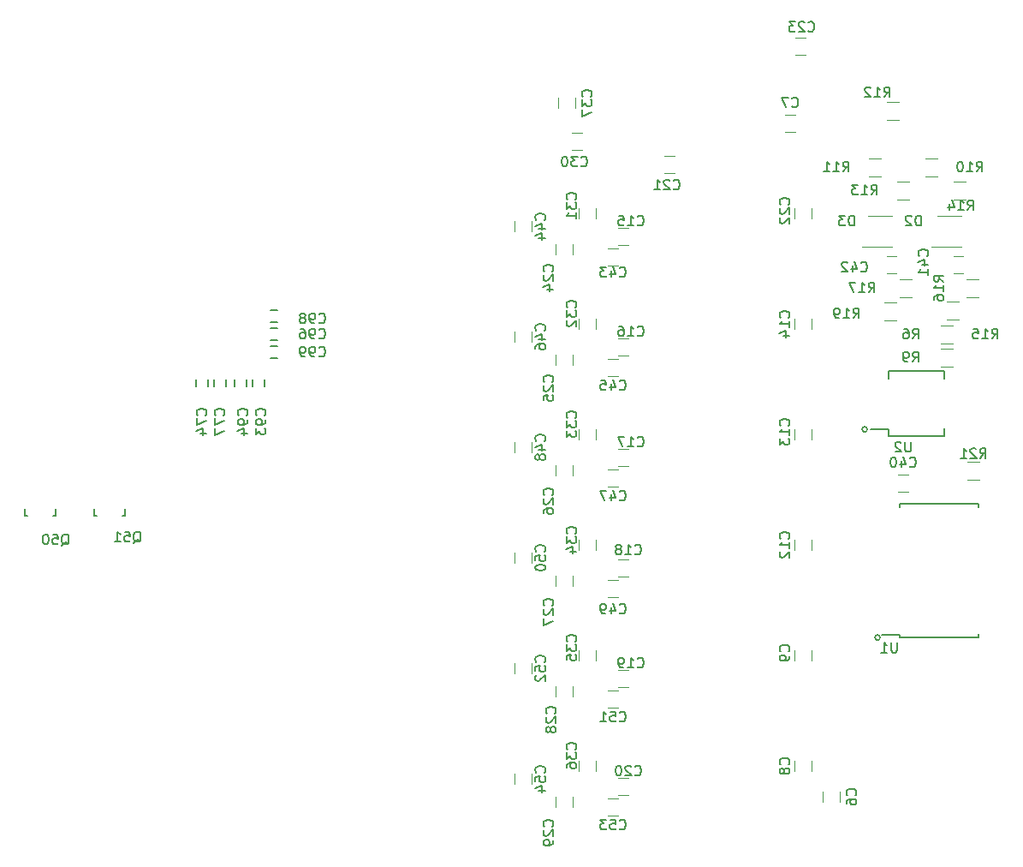
<source format=gbr>
G04 #@! TF.FileFunction,Legend,Bot*
%FSLAX46Y46*%
G04 Gerber Fmt 4.6, Leading zero omitted, Abs format (unit mm)*
G04 Created by KiCad (PCBNEW 4.0.7) date 02/05/18 11:03:03*
%MOMM*%
%LPD*%
G01*
G04 APERTURE LIST*
%ADD10C,0.100000*%
%ADD11C,0.200000*%
%ADD12C,0.150000*%
%ADD13C,0.152400*%
%ADD14C,0.120000*%
G04 APERTURE END LIST*
D10*
D11*
X84432000Y-56266000D02*
G75*
G03X84432000Y-56266000I-254000J0D01*
G01*
X85702000Y-76840000D02*
G75*
G03X85702000Y-76840000I-254000J0D01*
G01*
D12*
X86508000Y-56931000D02*
X86508000Y-56276000D01*
X92008000Y-56931000D02*
X92008000Y-56181000D01*
X92008000Y-50521000D02*
X92008000Y-51271000D01*
X86508000Y-50521000D02*
X86508000Y-51271000D01*
X86508000Y-56931000D02*
X92008000Y-56931000D01*
X86508000Y-50521000D02*
X92008000Y-50521000D01*
X86508000Y-56276000D02*
X84758000Y-56276000D01*
D13*
X19246000Y-52044000D02*
X19246000Y-51344000D01*
X18046000Y-51344000D02*
X18046000Y-52044000D01*
X21024000Y-52044000D02*
X21024000Y-51344000D01*
X19824000Y-51344000D02*
X19824000Y-52044000D01*
X24834000Y-52044000D02*
X24834000Y-51344000D01*
X23634000Y-51344000D02*
X23634000Y-52044000D01*
X23056000Y-52044000D02*
X23056000Y-51344000D01*
X21856000Y-51344000D02*
X21856000Y-52044000D01*
X26108000Y-46268000D02*
X25408000Y-46268000D01*
X25408000Y-47468000D02*
X26108000Y-47468000D01*
X26108000Y-44490000D02*
X25408000Y-44490000D01*
X25408000Y-45690000D02*
X26108000Y-45690000D01*
X25408000Y-49246000D02*
X26108000Y-49246000D01*
X26108000Y-48046000D02*
X25408000Y-48046000D01*
D14*
X91360000Y-35158000D02*
X93760000Y-35158000D01*
X93760000Y-38258000D02*
X90810000Y-38258000D01*
X84502000Y-35158000D02*
X86902000Y-35158000D01*
X86902000Y-38258000D02*
X83952000Y-38258000D01*
X80026000Y-93088000D02*
X80026000Y-92088000D01*
X81726000Y-92088000D02*
X81726000Y-93088000D01*
X76312000Y-25190000D02*
X77312000Y-25190000D01*
X77312000Y-26890000D02*
X76312000Y-26890000D01*
X77232000Y-90040000D02*
X77232000Y-89040000D01*
X78932000Y-89040000D02*
X78932000Y-90040000D01*
X77232000Y-79118000D02*
X77232000Y-78118000D01*
X78932000Y-78118000D02*
X78932000Y-79118000D01*
X77232000Y-68196000D02*
X77232000Y-67196000D01*
X78932000Y-67196000D02*
X78932000Y-68196000D01*
X77232000Y-57274000D02*
X77232000Y-56274000D01*
X78932000Y-56274000D02*
X78932000Y-57274000D01*
X77232000Y-46352000D02*
X77232000Y-45352000D01*
X78932000Y-45352000D02*
X78932000Y-46352000D01*
X60802000Y-38066000D02*
X59802000Y-38066000D01*
X59802000Y-36366000D02*
X60802000Y-36366000D01*
X60802000Y-48988000D02*
X59802000Y-48988000D01*
X59802000Y-47288000D02*
X60802000Y-47288000D01*
X60802000Y-59910000D02*
X59802000Y-59910000D01*
X59802000Y-58210000D02*
X60802000Y-58210000D01*
X60802000Y-70832000D02*
X59802000Y-70832000D01*
X59802000Y-69132000D02*
X60802000Y-69132000D01*
X60802000Y-81754000D02*
X59802000Y-81754000D01*
X59802000Y-80054000D02*
X60802000Y-80054000D01*
X60802000Y-92422000D02*
X59802000Y-92422000D01*
X59802000Y-90722000D02*
X60802000Y-90722000D01*
X65374000Y-30954000D02*
X64374000Y-30954000D01*
X64374000Y-29254000D02*
X65374000Y-29254000D01*
X77232000Y-35430000D02*
X77232000Y-34430000D01*
X78932000Y-34430000D02*
X78932000Y-35430000D01*
X77328000Y-17570000D02*
X78328000Y-17570000D01*
X78328000Y-19270000D02*
X77328000Y-19270000D01*
X53610000Y-38986000D02*
X53610000Y-37986000D01*
X55310000Y-37986000D02*
X55310000Y-38986000D01*
X53610000Y-49908000D02*
X53610000Y-48908000D01*
X55310000Y-48908000D02*
X55310000Y-49908000D01*
X53610000Y-60830000D02*
X53610000Y-59830000D01*
X55310000Y-59830000D02*
X55310000Y-60830000D01*
X53610000Y-71752000D02*
X53610000Y-70752000D01*
X55310000Y-70752000D02*
X55310000Y-71752000D01*
X53610000Y-82674000D02*
X53610000Y-81674000D01*
X55310000Y-81674000D02*
X55310000Y-82674000D01*
X53610000Y-93596000D02*
X53610000Y-92596000D01*
X55310000Y-92596000D02*
X55310000Y-93596000D01*
X56230000Y-28668000D02*
X55230000Y-28668000D01*
X55230000Y-26968000D02*
X56230000Y-26968000D01*
X57596000Y-34430000D02*
X57596000Y-35430000D01*
X55896000Y-35430000D02*
X55896000Y-34430000D01*
X57596000Y-45352000D02*
X57596000Y-46352000D01*
X55896000Y-46352000D02*
X55896000Y-45352000D01*
X57596000Y-56274000D02*
X57596000Y-57274000D01*
X55896000Y-57274000D02*
X55896000Y-56274000D01*
X57596000Y-67196000D02*
X57596000Y-68196000D01*
X55896000Y-68196000D02*
X55896000Y-67196000D01*
X57596000Y-78118000D02*
X57596000Y-79118000D01*
X55896000Y-79118000D02*
X55896000Y-78118000D01*
X57596000Y-89040000D02*
X57596000Y-90040000D01*
X55896000Y-90040000D02*
X55896000Y-89040000D01*
X53864000Y-24508000D02*
X53864000Y-23508000D01*
X55564000Y-23508000D02*
X55564000Y-24508000D01*
X87488000Y-60750000D02*
X88488000Y-60750000D01*
X88488000Y-62450000D02*
X87488000Y-62450000D01*
D12*
X87669000Y-76811000D02*
X87669000Y-76561000D01*
X95419000Y-76811000D02*
X95419000Y-76476000D01*
X95419000Y-63661000D02*
X95419000Y-63996000D01*
X87669000Y-63661000D02*
X87669000Y-63996000D01*
X87669000Y-76811000D02*
X95419000Y-76811000D01*
X87669000Y-63661000D02*
X95419000Y-63661000D01*
X87669000Y-76561000D02*
X85869000Y-76561000D01*
D14*
X93949000Y-40860000D02*
X92949000Y-40860000D01*
X92949000Y-39160000D02*
X93949000Y-39160000D01*
X87345000Y-40860000D02*
X86345000Y-40860000D01*
X86345000Y-39160000D02*
X87345000Y-39160000D01*
X91706000Y-47748000D02*
X92906000Y-47748000D01*
X92906000Y-45988000D02*
X91706000Y-45988000D01*
X91706000Y-50034000D02*
X92906000Y-50034000D01*
X92906000Y-48274000D02*
X91706000Y-48274000D01*
X91382000Y-29478000D02*
X90182000Y-29478000D01*
X90182000Y-31238000D02*
X91382000Y-31238000D01*
X85794000Y-29478000D02*
X84594000Y-29478000D01*
X84594000Y-31238000D02*
X85794000Y-31238000D01*
X87572000Y-23890000D02*
X86372000Y-23890000D01*
X86372000Y-25650000D02*
X87572000Y-25650000D01*
X88588000Y-31764000D02*
X87388000Y-31764000D01*
X87388000Y-33524000D02*
X88588000Y-33524000D01*
X94176000Y-31764000D02*
X92976000Y-31764000D01*
X92976000Y-33524000D02*
X94176000Y-33524000D01*
X93460000Y-43630000D02*
X92260000Y-43630000D01*
X92260000Y-45390000D02*
X93460000Y-45390000D01*
X95446000Y-41416000D02*
X94246000Y-41416000D01*
X94246000Y-43176000D02*
X95446000Y-43176000D01*
X87642000Y-43176000D02*
X88842000Y-43176000D01*
X88842000Y-41416000D02*
X87642000Y-41416000D01*
X87318000Y-43702000D02*
X86118000Y-43702000D01*
X86118000Y-45462000D02*
X87318000Y-45462000D01*
D12*
X3943160Y-64790240D02*
X3894900Y-64790240D01*
D13*
X1144180Y-64089200D02*
X1144180Y-64790240D01*
X1144180Y-64790240D02*
X1393100Y-64790240D01*
X3943160Y-64790240D02*
X4143820Y-64790240D01*
X4143820Y-64790240D02*
X4143820Y-64089200D01*
D12*
X10801160Y-64790240D02*
X10752900Y-64790240D01*
D13*
X8002180Y-64089200D02*
X8002180Y-64790240D01*
X8002180Y-64790240D02*
X8251100Y-64790240D01*
X10801160Y-64790240D02*
X11001820Y-64790240D01*
X11001820Y-64790240D02*
X11001820Y-64089200D01*
D14*
X58786000Y-38398000D02*
X59786000Y-38398000D01*
X59786000Y-40098000D02*
X58786000Y-40098000D01*
X51246000Y-35700000D02*
X51246000Y-36700000D01*
X49546000Y-36700000D02*
X49546000Y-35700000D01*
X58786000Y-49320000D02*
X59786000Y-49320000D01*
X59786000Y-51020000D02*
X58786000Y-51020000D01*
X51246000Y-46622000D02*
X51246000Y-47622000D01*
X49546000Y-47622000D02*
X49546000Y-46622000D01*
X58786000Y-60242000D02*
X59786000Y-60242000D01*
X59786000Y-61942000D02*
X58786000Y-61942000D01*
X51246000Y-57544000D02*
X51246000Y-58544000D01*
X49546000Y-58544000D02*
X49546000Y-57544000D01*
X58786000Y-71164000D02*
X59786000Y-71164000D01*
X59786000Y-72864000D02*
X58786000Y-72864000D01*
X51246000Y-68466000D02*
X51246000Y-69466000D01*
X49546000Y-69466000D02*
X49546000Y-68466000D01*
X58786000Y-82086000D02*
X59786000Y-82086000D01*
X59786000Y-83786000D02*
X58786000Y-83786000D01*
X51246000Y-79388000D02*
X51246000Y-80388000D01*
X49546000Y-80388000D02*
X49546000Y-79388000D01*
X58786000Y-92754000D02*
X59786000Y-92754000D01*
X59786000Y-94454000D02*
X58786000Y-94454000D01*
X51246000Y-90310000D02*
X51246000Y-91310000D01*
X49546000Y-91310000D02*
X49546000Y-90310000D01*
X94330000Y-61260000D02*
X95530000Y-61260000D01*
X95530000Y-59500000D02*
X94330000Y-59500000D01*
D12*
X88749905Y-57496381D02*
X88749905Y-58305905D01*
X88702286Y-58401143D01*
X88654667Y-58448762D01*
X88559429Y-58496381D01*
X88368952Y-58496381D01*
X88273714Y-58448762D01*
X88226095Y-58401143D01*
X88178476Y-58305905D01*
X88178476Y-57496381D01*
X87749905Y-57591619D02*
X87702286Y-57544000D01*
X87607048Y-57496381D01*
X87368952Y-57496381D01*
X87273714Y-57544000D01*
X87226095Y-57591619D01*
X87178476Y-57686857D01*
X87178476Y-57782095D01*
X87226095Y-57924952D01*
X87797524Y-58496381D01*
X87178476Y-58496381D01*
D13*
X19003143Y-54861143D02*
X19050762Y-54813524D01*
X19098381Y-54670667D01*
X19098381Y-54575429D01*
X19050762Y-54432571D01*
X18955524Y-54337333D01*
X18860286Y-54289714D01*
X18669810Y-54242095D01*
X18526952Y-54242095D01*
X18336476Y-54289714D01*
X18241238Y-54337333D01*
X18146000Y-54432571D01*
X18098381Y-54575429D01*
X18098381Y-54670667D01*
X18146000Y-54813524D01*
X18193619Y-54861143D01*
X18098381Y-55194476D02*
X18098381Y-55861143D01*
X19098381Y-55432571D01*
X18431714Y-56670667D02*
X19098381Y-56670667D01*
X18050762Y-56432571D02*
X18765048Y-56194476D01*
X18765048Y-56813524D01*
X20781143Y-54861143D02*
X20828762Y-54813524D01*
X20876381Y-54670667D01*
X20876381Y-54575429D01*
X20828762Y-54432571D01*
X20733524Y-54337333D01*
X20638286Y-54289714D01*
X20447810Y-54242095D01*
X20304952Y-54242095D01*
X20114476Y-54289714D01*
X20019238Y-54337333D01*
X19924000Y-54432571D01*
X19876381Y-54575429D01*
X19876381Y-54670667D01*
X19924000Y-54813524D01*
X19971619Y-54861143D01*
X19876381Y-55194476D02*
X19876381Y-55861143D01*
X20876381Y-55432571D01*
X19876381Y-56146857D02*
X19876381Y-56813524D01*
X20876381Y-56384952D01*
X24845143Y-54861143D02*
X24892762Y-54813524D01*
X24940381Y-54670667D01*
X24940381Y-54575429D01*
X24892762Y-54432571D01*
X24797524Y-54337333D01*
X24702286Y-54289714D01*
X24511810Y-54242095D01*
X24368952Y-54242095D01*
X24178476Y-54289714D01*
X24083238Y-54337333D01*
X23988000Y-54432571D01*
X23940381Y-54575429D01*
X23940381Y-54670667D01*
X23988000Y-54813524D01*
X24035619Y-54861143D01*
X24940381Y-55337333D02*
X24940381Y-55527809D01*
X24892762Y-55623048D01*
X24845143Y-55670667D01*
X24702286Y-55765905D01*
X24511810Y-55813524D01*
X24130857Y-55813524D01*
X24035619Y-55765905D01*
X23988000Y-55718286D01*
X23940381Y-55623048D01*
X23940381Y-55432571D01*
X23988000Y-55337333D01*
X24035619Y-55289714D01*
X24130857Y-55242095D01*
X24368952Y-55242095D01*
X24464190Y-55289714D01*
X24511810Y-55337333D01*
X24559429Y-55432571D01*
X24559429Y-55623048D01*
X24511810Y-55718286D01*
X24464190Y-55765905D01*
X24368952Y-55813524D01*
X23940381Y-56146857D02*
X23940381Y-56765905D01*
X24321333Y-56432571D01*
X24321333Y-56575429D01*
X24368952Y-56670667D01*
X24416571Y-56718286D01*
X24511810Y-56765905D01*
X24749905Y-56765905D01*
X24845143Y-56718286D01*
X24892762Y-56670667D01*
X24940381Y-56575429D01*
X24940381Y-56289714D01*
X24892762Y-56194476D01*
X24845143Y-56146857D01*
X23067143Y-54861143D02*
X23114762Y-54813524D01*
X23162381Y-54670667D01*
X23162381Y-54575429D01*
X23114762Y-54432571D01*
X23019524Y-54337333D01*
X22924286Y-54289714D01*
X22733810Y-54242095D01*
X22590952Y-54242095D01*
X22400476Y-54289714D01*
X22305238Y-54337333D01*
X22210000Y-54432571D01*
X22162381Y-54575429D01*
X22162381Y-54670667D01*
X22210000Y-54813524D01*
X22257619Y-54861143D01*
X23162381Y-55337333D02*
X23162381Y-55527809D01*
X23114762Y-55623048D01*
X23067143Y-55670667D01*
X22924286Y-55765905D01*
X22733810Y-55813524D01*
X22352857Y-55813524D01*
X22257619Y-55765905D01*
X22210000Y-55718286D01*
X22162381Y-55623048D01*
X22162381Y-55432571D01*
X22210000Y-55337333D01*
X22257619Y-55289714D01*
X22352857Y-55242095D01*
X22590952Y-55242095D01*
X22686190Y-55289714D01*
X22733810Y-55337333D01*
X22781429Y-55432571D01*
X22781429Y-55623048D01*
X22733810Y-55718286D01*
X22686190Y-55765905D01*
X22590952Y-55813524D01*
X22495714Y-56670667D02*
X23162381Y-56670667D01*
X22114762Y-56432571D02*
X22829048Y-56194476D01*
X22829048Y-56813524D01*
X30210857Y-47225143D02*
X30258476Y-47272762D01*
X30401333Y-47320381D01*
X30496571Y-47320381D01*
X30639429Y-47272762D01*
X30734667Y-47177524D01*
X30782286Y-47082286D01*
X30829905Y-46891810D01*
X30829905Y-46748952D01*
X30782286Y-46558476D01*
X30734667Y-46463238D01*
X30639429Y-46368000D01*
X30496571Y-46320381D01*
X30401333Y-46320381D01*
X30258476Y-46368000D01*
X30210857Y-46415619D01*
X29734667Y-47320381D02*
X29544191Y-47320381D01*
X29448952Y-47272762D01*
X29401333Y-47225143D01*
X29306095Y-47082286D01*
X29258476Y-46891810D01*
X29258476Y-46510857D01*
X29306095Y-46415619D01*
X29353714Y-46368000D01*
X29448952Y-46320381D01*
X29639429Y-46320381D01*
X29734667Y-46368000D01*
X29782286Y-46415619D01*
X29829905Y-46510857D01*
X29829905Y-46748952D01*
X29782286Y-46844190D01*
X29734667Y-46891810D01*
X29639429Y-46939429D01*
X29448952Y-46939429D01*
X29353714Y-46891810D01*
X29306095Y-46844190D01*
X29258476Y-46748952D01*
X28401333Y-46320381D02*
X28591810Y-46320381D01*
X28687048Y-46368000D01*
X28734667Y-46415619D01*
X28829905Y-46558476D01*
X28877524Y-46748952D01*
X28877524Y-47129905D01*
X28829905Y-47225143D01*
X28782286Y-47272762D01*
X28687048Y-47320381D01*
X28496571Y-47320381D01*
X28401333Y-47272762D01*
X28353714Y-47225143D01*
X28306095Y-47129905D01*
X28306095Y-46891810D01*
X28353714Y-46796571D01*
X28401333Y-46748952D01*
X28496571Y-46701333D01*
X28687048Y-46701333D01*
X28782286Y-46748952D01*
X28829905Y-46796571D01*
X28877524Y-46891810D01*
X30210857Y-45701143D02*
X30258476Y-45748762D01*
X30401333Y-45796381D01*
X30496571Y-45796381D01*
X30639429Y-45748762D01*
X30734667Y-45653524D01*
X30782286Y-45558286D01*
X30829905Y-45367810D01*
X30829905Y-45224952D01*
X30782286Y-45034476D01*
X30734667Y-44939238D01*
X30639429Y-44844000D01*
X30496571Y-44796381D01*
X30401333Y-44796381D01*
X30258476Y-44844000D01*
X30210857Y-44891619D01*
X29734667Y-45796381D02*
X29544191Y-45796381D01*
X29448952Y-45748762D01*
X29401333Y-45701143D01*
X29306095Y-45558286D01*
X29258476Y-45367810D01*
X29258476Y-44986857D01*
X29306095Y-44891619D01*
X29353714Y-44844000D01*
X29448952Y-44796381D01*
X29639429Y-44796381D01*
X29734667Y-44844000D01*
X29782286Y-44891619D01*
X29829905Y-44986857D01*
X29829905Y-45224952D01*
X29782286Y-45320190D01*
X29734667Y-45367810D01*
X29639429Y-45415429D01*
X29448952Y-45415429D01*
X29353714Y-45367810D01*
X29306095Y-45320190D01*
X29258476Y-45224952D01*
X28687048Y-45224952D02*
X28782286Y-45177333D01*
X28829905Y-45129714D01*
X28877524Y-45034476D01*
X28877524Y-44986857D01*
X28829905Y-44891619D01*
X28782286Y-44844000D01*
X28687048Y-44796381D01*
X28496571Y-44796381D01*
X28401333Y-44844000D01*
X28353714Y-44891619D01*
X28306095Y-44986857D01*
X28306095Y-45034476D01*
X28353714Y-45129714D01*
X28401333Y-45177333D01*
X28496571Y-45224952D01*
X28687048Y-45224952D01*
X28782286Y-45272571D01*
X28829905Y-45320190D01*
X28877524Y-45415429D01*
X28877524Y-45605905D01*
X28829905Y-45701143D01*
X28782286Y-45748762D01*
X28687048Y-45796381D01*
X28496571Y-45796381D01*
X28401333Y-45748762D01*
X28353714Y-45701143D01*
X28306095Y-45605905D01*
X28306095Y-45415429D01*
X28353714Y-45320190D01*
X28401333Y-45272571D01*
X28496571Y-45224952D01*
X30210857Y-49003143D02*
X30258476Y-49050762D01*
X30401333Y-49098381D01*
X30496571Y-49098381D01*
X30639429Y-49050762D01*
X30734667Y-48955524D01*
X30782286Y-48860286D01*
X30829905Y-48669810D01*
X30829905Y-48526952D01*
X30782286Y-48336476D01*
X30734667Y-48241238D01*
X30639429Y-48146000D01*
X30496571Y-48098381D01*
X30401333Y-48098381D01*
X30258476Y-48146000D01*
X30210857Y-48193619D01*
X29734667Y-49098381D02*
X29544191Y-49098381D01*
X29448952Y-49050762D01*
X29401333Y-49003143D01*
X29306095Y-48860286D01*
X29258476Y-48669810D01*
X29258476Y-48288857D01*
X29306095Y-48193619D01*
X29353714Y-48146000D01*
X29448952Y-48098381D01*
X29639429Y-48098381D01*
X29734667Y-48146000D01*
X29782286Y-48193619D01*
X29829905Y-48288857D01*
X29829905Y-48526952D01*
X29782286Y-48622190D01*
X29734667Y-48669810D01*
X29639429Y-48717429D01*
X29448952Y-48717429D01*
X29353714Y-48669810D01*
X29306095Y-48622190D01*
X29258476Y-48526952D01*
X28782286Y-49098381D02*
X28591810Y-49098381D01*
X28496571Y-49050762D01*
X28448952Y-49003143D01*
X28353714Y-48860286D01*
X28306095Y-48669810D01*
X28306095Y-48288857D01*
X28353714Y-48193619D01*
X28401333Y-48146000D01*
X28496571Y-48098381D01*
X28687048Y-48098381D01*
X28782286Y-48146000D01*
X28829905Y-48193619D01*
X28877524Y-48288857D01*
X28877524Y-48526952D01*
X28829905Y-48622190D01*
X28782286Y-48669810D01*
X28687048Y-48717429D01*
X28496571Y-48717429D01*
X28401333Y-48669810D01*
X28353714Y-48622190D01*
X28306095Y-48526952D01*
D12*
X89742095Y-36144381D02*
X89742095Y-35144381D01*
X89504000Y-35144381D01*
X89361142Y-35192000D01*
X89265904Y-35287238D01*
X89218285Y-35382476D01*
X89170666Y-35572952D01*
X89170666Y-35715810D01*
X89218285Y-35906286D01*
X89265904Y-36001524D01*
X89361142Y-36096762D01*
X89504000Y-36144381D01*
X89742095Y-36144381D01*
X88789714Y-35239619D02*
X88742095Y-35192000D01*
X88646857Y-35144381D01*
X88408761Y-35144381D01*
X88313523Y-35192000D01*
X88265904Y-35239619D01*
X88218285Y-35334857D01*
X88218285Y-35430095D01*
X88265904Y-35572952D01*
X88837333Y-36144381D01*
X88218285Y-36144381D01*
X83138095Y-36144381D02*
X83138095Y-35144381D01*
X82900000Y-35144381D01*
X82757142Y-35192000D01*
X82661904Y-35287238D01*
X82614285Y-35382476D01*
X82566666Y-35572952D01*
X82566666Y-35715810D01*
X82614285Y-35906286D01*
X82661904Y-36001524D01*
X82757142Y-36096762D01*
X82900000Y-36144381D01*
X83138095Y-36144381D01*
X82233333Y-35144381D02*
X81614285Y-35144381D01*
X81947619Y-35525333D01*
X81804761Y-35525333D01*
X81709523Y-35572952D01*
X81661904Y-35620571D01*
X81614285Y-35715810D01*
X81614285Y-35953905D01*
X81661904Y-36049143D01*
X81709523Y-36096762D01*
X81804761Y-36144381D01*
X82090476Y-36144381D01*
X82185714Y-36096762D01*
X82233333Y-36049143D01*
X83265143Y-92421334D02*
X83312762Y-92373715D01*
X83360381Y-92230858D01*
X83360381Y-92135620D01*
X83312762Y-91992762D01*
X83217524Y-91897524D01*
X83122286Y-91849905D01*
X82931810Y-91802286D01*
X82788952Y-91802286D01*
X82598476Y-91849905D01*
X82503238Y-91897524D01*
X82408000Y-91992762D01*
X82360381Y-92135620D01*
X82360381Y-92230858D01*
X82408000Y-92373715D01*
X82455619Y-92421334D01*
X82360381Y-93278477D02*
X82360381Y-93088000D01*
X82408000Y-92992762D01*
X82455619Y-92945143D01*
X82598476Y-92849905D01*
X82788952Y-92802286D01*
X83169905Y-92802286D01*
X83265143Y-92849905D01*
X83312762Y-92897524D01*
X83360381Y-92992762D01*
X83360381Y-93183239D01*
X83312762Y-93278477D01*
X83265143Y-93326096D01*
X83169905Y-93373715D01*
X82931810Y-93373715D01*
X82836571Y-93326096D01*
X82788952Y-93278477D01*
X82741333Y-93183239D01*
X82741333Y-92992762D01*
X82788952Y-92897524D01*
X82836571Y-92849905D01*
X82931810Y-92802286D01*
X76978666Y-24365143D02*
X77026285Y-24412762D01*
X77169142Y-24460381D01*
X77264380Y-24460381D01*
X77407238Y-24412762D01*
X77502476Y-24317524D01*
X77550095Y-24222286D01*
X77597714Y-24031810D01*
X77597714Y-23888952D01*
X77550095Y-23698476D01*
X77502476Y-23603238D01*
X77407238Y-23508000D01*
X77264380Y-23460381D01*
X77169142Y-23460381D01*
X77026285Y-23508000D01*
X76978666Y-23555619D01*
X76645333Y-23460381D02*
X75978666Y-23460381D01*
X76407238Y-24460381D01*
X76661143Y-89373334D02*
X76708762Y-89325715D01*
X76756381Y-89182858D01*
X76756381Y-89087620D01*
X76708762Y-88944762D01*
X76613524Y-88849524D01*
X76518286Y-88801905D01*
X76327810Y-88754286D01*
X76184952Y-88754286D01*
X75994476Y-88801905D01*
X75899238Y-88849524D01*
X75804000Y-88944762D01*
X75756381Y-89087620D01*
X75756381Y-89182858D01*
X75804000Y-89325715D01*
X75851619Y-89373334D01*
X76184952Y-89944762D02*
X76137333Y-89849524D01*
X76089714Y-89801905D01*
X75994476Y-89754286D01*
X75946857Y-89754286D01*
X75851619Y-89801905D01*
X75804000Y-89849524D01*
X75756381Y-89944762D01*
X75756381Y-90135239D01*
X75804000Y-90230477D01*
X75851619Y-90278096D01*
X75946857Y-90325715D01*
X75994476Y-90325715D01*
X76089714Y-90278096D01*
X76137333Y-90230477D01*
X76184952Y-90135239D01*
X76184952Y-89944762D01*
X76232571Y-89849524D01*
X76280190Y-89801905D01*
X76375429Y-89754286D01*
X76565905Y-89754286D01*
X76661143Y-89801905D01*
X76708762Y-89849524D01*
X76756381Y-89944762D01*
X76756381Y-90135239D01*
X76708762Y-90230477D01*
X76661143Y-90278096D01*
X76565905Y-90325715D01*
X76375429Y-90325715D01*
X76280190Y-90278096D01*
X76232571Y-90230477D01*
X76184952Y-90135239D01*
X76661143Y-78197334D02*
X76708762Y-78149715D01*
X76756381Y-78006858D01*
X76756381Y-77911620D01*
X76708762Y-77768762D01*
X76613524Y-77673524D01*
X76518286Y-77625905D01*
X76327810Y-77578286D01*
X76184952Y-77578286D01*
X75994476Y-77625905D01*
X75899238Y-77673524D01*
X75804000Y-77768762D01*
X75756381Y-77911620D01*
X75756381Y-78006858D01*
X75804000Y-78149715D01*
X75851619Y-78197334D01*
X76756381Y-78673524D02*
X76756381Y-78864000D01*
X76708762Y-78959239D01*
X76661143Y-79006858D01*
X76518286Y-79102096D01*
X76327810Y-79149715D01*
X75946857Y-79149715D01*
X75851619Y-79102096D01*
X75804000Y-79054477D01*
X75756381Y-78959239D01*
X75756381Y-78768762D01*
X75804000Y-78673524D01*
X75851619Y-78625905D01*
X75946857Y-78578286D01*
X76184952Y-78578286D01*
X76280190Y-78625905D01*
X76327810Y-78673524D01*
X76375429Y-78768762D01*
X76375429Y-78959239D01*
X76327810Y-79054477D01*
X76280190Y-79102096D01*
X76184952Y-79149715D01*
X76661143Y-67053143D02*
X76708762Y-67005524D01*
X76756381Y-66862667D01*
X76756381Y-66767429D01*
X76708762Y-66624571D01*
X76613524Y-66529333D01*
X76518286Y-66481714D01*
X76327810Y-66434095D01*
X76184952Y-66434095D01*
X75994476Y-66481714D01*
X75899238Y-66529333D01*
X75804000Y-66624571D01*
X75756381Y-66767429D01*
X75756381Y-66862667D01*
X75804000Y-67005524D01*
X75851619Y-67053143D01*
X76756381Y-68005524D02*
X76756381Y-67434095D01*
X76756381Y-67719809D02*
X75756381Y-67719809D01*
X75899238Y-67624571D01*
X75994476Y-67529333D01*
X76042095Y-67434095D01*
X75851619Y-68386476D02*
X75804000Y-68434095D01*
X75756381Y-68529333D01*
X75756381Y-68767429D01*
X75804000Y-68862667D01*
X75851619Y-68910286D01*
X75946857Y-68957905D01*
X76042095Y-68957905D01*
X76184952Y-68910286D01*
X76756381Y-68338857D01*
X76756381Y-68957905D01*
X76661143Y-55877143D02*
X76708762Y-55829524D01*
X76756381Y-55686667D01*
X76756381Y-55591429D01*
X76708762Y-55448571D01*
X76613524Y-55353333D01*
X76518286Y-55305714D01*
X76327810Y-55258095D01*
X76184952Y-55258095D01*
X75994476Y-55305714D01*
X75899238Y-55353333D01*
X75804000Y-55448571D01*
X75756381Y-55591429D01*
X75756381Y-55686667D01*
X75804000Y-55829524D01*
X75851619Y-55877143D01*
X76756381Y-56829524D02*
X76756381Y-56258095D01*
X76756381Y-56543809D02*
X75756381Y-56543809D01*
X75899238Y-56448571D01*
X75994476Y-56353333D01*
X76042095Y-56258095D01*
X75756381Y-57162857D02*
X75756381Y-57781905D01*
X76137333Y-57448571D01*
X76137333Y-57591429D01*
X76184952Y-57686667D01*
X76232571Y-57734286D01*
X76327810Y-57781905D01*
X76565905Y-57781905D01*
X76661143Y-57734286D01*
X76708762Y-57686667D01*
X76756381Y-57591429D01*
X76756381Y-57305714D01*
X76708762Y-57210476D01*
X76661143Y-57162857D01*
X76661143Y-45209143D02*
X76708762Y-45161524D01*
X76756381Y-45018667D01*
X76756381Y-44923429D01*
X76708762Y-44780571D01*
X76613524Y-44685333D01*
X76518286Y-44637714D01*
X76327810Y-44590095D01*
X76184952Y-44590095D01*
X75994476Y-44637714D01*
X75899238Y-44685333D01*
X75804000Y-44780571D01*
X75756381Y-44923429D01*
X75756381Y-45018667D01*
X75804000Y-45161524D01*
X75851619Y-45209143D01*
X76756381Y-46161524D02*
X76756381Y-45590095D01*
X76756381Y-45875809D02*
X75756381Y-45875809D01*
X75899238Y-45780571D01*
X75994476Y-45685333D01*
X76042095Y-45590095D01*
X76089714Y-47018667D02*
X76756381Y-47018667D01*
X75708762Y-46780571D02*
X76423048Y-46542476D01*
X76423048Y-47161524D01*
X61706857Y-36049143D02*
X61754476Y-36096762D01*
X61897333Y-36144381D01*
X61992571Y-36144381D01*
X62135429Y-36096762D01*
X62230667Y-36001524D01*
X62278286Y-35906286D01*
X62325905Y-35715810D01*
X62325905Y-35572952D01*
X62278286Y-35382476D01*
X62230667Y-35287238D01*
X62135429Y-35192000D01*
X61992571Y-35144381D01*
X61897333Y-35144381D01*
X61754476Y-35192000D01*
X61706857Y-35239619D01*
X60754476Y-36144381D02*
X61325905Y-36144381D01*
X61040191Y-36144381D02*
X61040191Y-35144381D01*
X61135429Y-35287238D01*
X61230667Y-35382476D01*
X61325905Y-35430095D01*
X59849714Y-35144381D02*
X60325905Y-35144381D01*
X60373524Y-35620571D01*
X60325905Y-35572952D01*
X60230667Y-35525333D01*
X59992571Y-35525333D01*
X59897333Y-35572952D01*
X59849714Y-35620571D01*
X59802095Y-35715810D01*
X59802095Y-35953905D01*
X59849714Y-36049143D01*
X59897333Y-36096762D01*
X59992571Y-36144381D01*
X60230667Y-36144381D01*
X60325905Y-36096762D01*
X60373524Y-36049143D01*
X61706857Y-46971143D02*
X61754476Y-47018762D01*
X61897333Y-47066381D01*
X61992571Y-47066381D01*
X62135429Y-47018762D01*
X62230667Y-46923524D01*
X62278286Y-46828286D01*
X62325905Y-46637810D01*
X62325905Y-46494952D01*
X62278286Y-46304476D01*
X62230667Y-46209238D01*
X62135429Y-46114000D01*
X61992571Y-46066381D01*
X61897333Y-46066381D01*
X61754476Y-46114000D01*
X61706857Y-46161619D01*
X60754476Y-47066381D02*
X61325905Y-47066381D01*
X61040191Y-47066381D02*
X61040191Y-46066381D01*
X61135429Y-46209238D01*
X61230667Y-46304476D01*
X61325905Y-46352095D01*
X59897333Y-46066381D02*
X60087810Y-46066381D01*
X60183048Y-46114000D01*
X60230667Y-46161619D01*
X60325905Y-46304476D01*
X60373524Y-46494952D01*
X60373524Y-46875905D01*
X60325905Y-46971143D01*
X60278286Y-47018762D01*
X60183048Y-47066381D01*
X59992571Y-47066381D01*
X59897333Y-47018762D01*
X59849714Y-46971143D01*
X59802095Y-46875905D01*
X59802095Y-46637810D01*
X59849714Y-46542571D01*
X59897333Y-46494952D01*
X59992571Y-46447333D01*
X60183048Y-46447333D01*
X60278286Y-46494952D01*
X60325905Y-46542571D01*
X60373524Y-46637810D01*
X61706857Y-57893143D02*
X61754476Y-57940762D01*
X61897333Y-57988381D01*
X61992571Y-57988381D01*
X62135429Y-57940762D01*
X62230667Y-57845524D01*
X62278286Y-57750286D01*
X62325905Y-57559810D01*
X62325905Y-57416952D01*
X62278286Y-57226476D01*
X62230667Y-57131238D01*
X62135429Y-57036000D01*
X61992571Y-56988381D01*
X61897333Y-56988381D01*
X61754476Y-57036000D01*
X61706857Y-57083619D01*
X60754476Y-57988381D02*
X61325905Y-57988381D01*
X61040191Y-57988381D02*
X61040191Y-56988381D01*
X61135429Y-57131238D01*
X61230667Y-57226476D01*
X61325905Y-57274095D01*
X60421143Y-56988381D02*
X59754476Y-56988381D01*
X60183048Y-57988381D01*
X61452857Y-68561143D02*
X61500476Y-68608762D01*
X61643333Y-68656381D01*
X61738571Y-68656381D01*
X61881429Y-68608762D01*
X61976667Y-68513524D01*
X62024286Y-68418286D01*
X62071905Y-68227810D01*
X62071905Y-68084952D01*
X62024286Y-67894476D01*
X61976667Y-67799238D01*
X61881429Y-67704000D01*
X61738571Y-67656381D01*
X61643333Y-67656381D01*
X61500476Y-67704000D01*
X61452857Y-67751619D01*
X60500476Y-68656381D02*
X61071905Y-68656381D01*
X60786191Y-68656381D02*
X60786191Y-67656381D01*
X60881429Y-67799238D01*
X60976667Y-67894476D01*
X61071905Y-67942095D01*
X59929048Y-68084952D02*
X60024286Y-68037333D01*
X60071905Y-67989714D01*
X60119524Y-67894476D01*
X60119524Y-67846857D01*
X60071905Y-67751619D01*
X60024286Y-67704000D01*
X59929048Y-67656381D01*
X59738571Y-67656381D01*
X59643333Y-67704000D01*
X59595714Y-67751619D01*
X59548095Y-67846857D01*
X59548095Y-67894476D01*
X59595714Y-67989714D01*
X59643333Y-68037333D01*
X59738571Y-68084952D01*
X59929048Y-68084952D01*
X60024286Y-68132571D01*
X60071905Y-68180190D01*
X60119524Y-68275429D01*
X60119524Y-68465905D01*
X60071905Y-68561143D01*
X60024286Y-68608762D01*
X59929048Y-68656381D01*
X59738571Y-68656381D01*
X59643333Y-68608762D01*
X59595714Y-68561143D01*
X59548095Y-68465905D01*
X59548095Y-68275429D01*
X59595714Y-68180190D01*
X59643333Y-68132571D01*
X59738571Y-68084952D01*
X61706857Y-79737143D02*
X61754476Y-79784762D01*
X61897333Y-79832381D01*
X61992571Y-79832381D01*
X62135429Y-79784762D01*
X62230667Y-79689524D01*
X62278286Y-79594286D01*
X62325905Y-79403810D01*
X62325905Y-79260952D01*
X62278286Y-79070476D01*
X62230667Y-78975238D01*
X62135429Y-78880000D01*
X61992571Y-78832381D01*
X61897333Y-78832381D01*
X61754476Y-78880000D01*
X61706857Y-78927619D01*
X60754476Y-79832381D02*
X61325905Y-79832381D01*
X61040191Y-79832381D02*
X61040191Y-78832381D01*
X61135429Y-78975238D01*
X61230667Y-79070476D01*
X61325905Y-79118095D01*
X60278286Y-79832381D02*
X60087810Y-79832381D01*
X59992571Y-79784762D01*
X59944952Y-79737143D01*
X59849714Y-79594286D01*
X59802095Y-79403810D01*
X59802095Y-79022857D01*
X59849714Y-78927619D01*
X59897333Y-78880000D01*
X59992571Y-78832381D01*
X60183048Y-78832381D01*
X60278286Y-78880000D01*
X60325905Y-78927619D01*
X60373524Y-79022857D01*
X60373524Y-79260952D01*
X60325905Y-79356190D01*
X60278286Y-79403810D01*
X60183048Y-79451429D01*
X59992571Y-79451429D01*
X59897333Y-79403810D01*
X59849714Y-79356190D01*
X59802095Y-79260952D01*
X61452857Y-90405143D02*
X61500476Y-90452762D01*
X61643333Y-90500381D01*
X61738571Y-90500381D01*
X61881429Y-90452762D01*
X61976667Y-90357524D01*
X62024286Y-90262286D01*
X62071905Y-90071810D01*
X62071905Y-89928952D01*
X62024286Y-89738476D01*
X61976667Y-89643238D01*
X61881429Y-89548000D01*
X61738571Y-89500381D01*
X61643333Y-89500381D01*
X61500476Y-89548000D01*
X61452857Y-89595619D01*
X61071905Y-89595619D02*
X61024286Y-89548000D01*
X60929048Y-89500381D01*
X60690952Y-89500381D01*
X60595714Y-89548000D01*
X60548095Y-89595619D01*
X60500476Y-89690857D01*
X60500476Y-89786095D01*
X60548095Y-89928952D01*
X61119524Y-90500381D01*
X60500476Y-90500381D01*
X59881429Y-89500381D02*
X59786190Y-89500381D01*
X59690952Y-89548000D01*
X59643333Y-89595619D01*
X59595714Y-89690857D01*
X59548095Y-89881333D01*
X59548095Y-90119429D01*
X59595714Y-90309905D01*
X59643333Y-90405143D01*
X59690952Y-90452762D01*
X59786190Y-90500381D01*
X59881429Y-90500381D01*
X59976667Y-90452762D01*
X60024286Y-90405143D01*
X60071905Y-90309905D01*
X60119524Y-90119429D01*
X60119524Y-89881333D01*
X60071905Y-89690857D01*
X60024286Y-89595619D01*
X59976667Y-89548000D01*
X59881429Y-89500381D01*
X65262857Y-32493143D02*
X65310476Y-32540762D01*
X65453333Y-32588381D01*
X65548571Y-32588381D01*
X65691429Y-32540762D01*
X65786667Y-32445524D01*
X65834286Y-32350286D01*
X65881905Y-32159810D01*
X65881905Y-32016952D01*
X65834286Y-31826476D01*
X65786667Y-31731238D01*
X65691429Y-31636000D01*
X65548571Y-31588381D01*
X65453333Y-31588381D01*
X65310476Y-31636000D01*
X65262857Y-31683619D01*
X64881905Y-31683619D02*
X64834286Y-31636000D01*
X64739048Y-31588381D01*
X64500952Y-31588381D01*
X64405714Y-31636000D01*
X64358095Y-31683619D01*
X64310476Y-31778857D01*
X64310476Y-31874095D01*
X64358095Y-32016952D01*
X64929524Y-32588381D01*
X64310476Y-32588381D01*
X63358095Y-32588381D02*
X63929524Y-32588381D01*
X63643810Y-32588381D02*
X63643810Y-31588381D01*
X63739048Y-31731238D01*
X63834286Y-31826476D01*
X63929524Y-31874095D01*
X76661143Y-34033143D02*
X76708762Y-33985524D01*
X76756381Y-33842667D01*
X76756381Y-33747429D01*
X76708762Y-33604571D01*
X76613524Y-33509333D01*
X76518286Y-33461714D01*
X76327810Y-33414095D01*
X76184952Y-33414095D01*
X75994476Y-33461714D01*
X75899238Y-33509333D01*
X75804000Y-33604571D01*
X75756381Y-33747429D01*
X75756381Y-33842667D01*
X75804000Y-33985524D01*
X75851619Y-34033143D01*
X75851619Y-34414095D02*
X75804000Y-34461714D01*
X75756381Y-34556952D01*
X75756381Y-34795048D01*
X75804000Y-34890286D01*
X75851619Y-34937905D01*
X75946857Y-34985524D01*
X76042095Y-34985524D01*
X76184952Y-34937905D01*
X76756381Y-34366476D01*
X76756381Y-34985524D01*
X75851619Y-35366476D02*
X75804000Y-35414095D01*
X75756381Y-35509333D01*
X75756381Y-35747429D01*
X75804000Y-35842667D01*
X75851619Y-35890286D01*
X75946857Y-35937905D01*
X76042095Y-35937905D01*
X76184952Y-35890286D01*
X76756381Y-35318857D01*
X76756381Y-35937905D01*
X78598857Y-16883143D02*
X78646476Y-16930762D01*
X78789333Y-16978381D01*
X78884571Y-16978381D01*
X79027429Y-16930762D01*
X79122667Y-16835524D01*
X79170286Y-16740286D01*
X79217905Y-16549810D01*
X79217905Y-16406952D01*
X79170286Y-16216476D01*
X79122667Y-16121238D01*
X79027429Y-16026000D01*
X78884571Y-15978381D01*
X78789333Y-15978381D01*
X78646476Y-16026000D01*
X78598857Y-16073619D01*
X78217905Y-16073619D02*
X78170286Y-16026000D01*
X78075048Y-15978381D01*
X77836952Y-15978381D01*
X77741714Y-16026000D01*
X77694095Y-16073619D01*
X77646476Y-16168857D01*
X77646476Y-16264095D01*
X77694095Y-16406952D01*
X78265524Y-16978381D01*
X77646476Y-16978381D01*
X77313143Y-15978381D02*
X76694095Y-15978381D01*
X77027429Y-16359333D01*
X76884571Y-16359333D01*
X76789333Y-16406952D01*
X76741714Y-16454571D01*
X76694095Y-16549810D01*
X76694095Y-16787905D01*
X76741714Y-16883143D01*
X76789333Y-16930762D01*
X76884571Y-16978381D01*
X77170286Y-16978381D01*
X77265524Y-16930762D01*
X77313143Y-16883143D01*
X53293143Y-40637143D02*
X53340762Y-40589524D01*
X53388381Y-40446667D01*
X53388381Y-40351429D01*
X53340762Y-40208571D01*
X53245524Y-40113333D01*
X53150286Y-40065714D01*
X52959810Y-40018095D01*
X52816952Y-40018095D01*
X52626476Y-40065714D01*
X52531238Y-40113333D01*
X52436000Y-40208571D01*
X52388381Y-40351429D01*
X52388381Y-40446667D01*
X52436000Y-40589524D01*
X52483619Y-40637143D01*
X52483619Y-41018095D02*
X52436000Y-41065714D01*
X52388381Y-41160952D01*
X52388381Y-41399048D01*
X52436000Y-41494286D01*
X52483619Y-41541905D01*
X52578857Y-41589524D01*
X52674095Y-41589524D01*
X52816952Y-41541905D01*
X53388381Y-40970476D01*
X53388381Y-41589524D01*
X52721714Y-42446667D02*
X53388381Y-42446667D01*
X52340762Y-42208571D02*
X53055048Y-41970476D01*
X53055048Y-42589524D01*
X53293143Y-51559143D02*
X53340762Y-51511524D01*
X53388381Y-51368667D01*
X53388381Y-51273429D01*
X53340762Y-51130571D01*
X53245524Y-51035333D01*
X53150286Y-50987714D01*
X52959810Y-50940095D01*
X52816952Y-50940095D01*
X52626476Y-50987714D01*
X52531238Y-51035333D01*
X52436000Y-51130571D01*
X52388381Y-51273429D01*
X52388381Y-51368667D01*
X52436000Y-51511524D01*
X52483619Y-51559143D01*
X52483619Y-51940095D02*
X52436000Y-51987714D01*
X52388381Y-52082952D01*
X52388381Y-52321048D01*
X52436000Y-52416286D01*
X52483619Y-52463905D01*
X52578857Y-52511524D01*
X52674095Y-52511524D01*
X52816952Y-52463905D01*
X53388381Y-51892476D01*
X53388381Y-52511524D01*
X52388381Y-53416286D02*
X52388381Y-52940095D01*
X52864571Y-52892476D01*
X52816952Y-52940095D01*
X52769333Y-53035333D01*
X52769333Y-53273429D01*
X52816952Y-53368667D01*
X52864571Y-53416286D01*
X52959810Y-53463905D01*
X53197905Y-53463905D01*
X53293143Y-53416286D01*
X53340762Y-53368667D01*
X53388381Y-53273429D01*
X53388381Y-53035333D01*
X53340762Y-52940095D01*
X53293143Y-52892476D01*
X53293143Y-62735143D02*
X53340762Y-62687524D01*
X53388381Y-62544667D01*
X53388381Y-62449429D01*
X53340762Y-62306571D01*
X53245524Y-62211333D01*
X53150286Y-62163714D01*
X52959810Y-62116095D01*
X52816952Y-62116095D01*
X52626476Y-62163714D01*
X52531238Y-62211333D01*
X52436000Y-62306571D01*
X52388381Y-62449429D01*
X52388381Y-62544667D01*
X52436000Y-62687524D01*
X52483619Y-62735143D01*
X52483619Y-63116095D02*
X52436000Y-63163714D01*
X52388381Y-63258952D01*
X52388381Y-63497048D01*
X52436000Y-63592286D01*
X52483619Y-63639905D01*
X52578857Y-63687524D01*
X52674095Y-63687524D01*
X52816952Y-63639905D01*
X53388381Y-63068476D01*
X53388381Y-63687524D01*
X52388381Y-64544667D02*
X52388381Y-64354190D01*
X52436000Y-64258952D01*
X52483619Y-64211333D01*
X52626476Y-64116095D01*
X52816952Y-64068476D01*
X53197905Y-64068476D01*
X53293143Y-64116095D01*
X53340762Y-64163714D01*
X53388381Y-64258952D01*
X53388381Y-64449429D01*
X53340762Y-64544667D01*
X53293143Y-64592286D01*
X53197905Y-64639905D01*
X52959810Y-64639905D01*
X52864571Y-64592286D01*
X52816952Y-64544667D01*
X52769333Y-64449429D01*
X52769333Y-64258952D01*
X52816952Y-64163714D01*
X52864571Y-64116095D01*
X52959810Y-64068476D01*
X53293143Y-73657143D02*
X53340762Y-73609524D01*
X53388381Y-73466667D01*
X53388381Y-73371429D01*
X53340762Y-73228571D01*
X53245524Y-73133333D01*
X53150286Y-73085714D01*
X52959810Y-73038095D01*
X52816952Y-73038095D01*
X52626476Y-73085714D01*
X52531238Y-73133333D01*
X52436000Y-73228571D01*
X52388381Y-73371429D01*
X52388381Y-73466667D01*
X52436000Y-73609524D01*
X52483619Y-73657143D01*
X52483619Y-74038095D02*
X52436000Y-74085714D01*
X52388381Y-74180952D01*
X52388381Y-74419048D01*
X52436000Y-74514286D01*
X52483619Y-74561905D01*
X52578857Y-74609524D01*
X52674095Y-74609524D01*
X52816952Y-74561905D01*
X53388381Y-73990476D01*
X53388381Y-74609524D01*
X52388381Y-74942857D02*
X52388381Y-75609524D01*
X53388381Y-75180952D01*
X53547143Y-84325143D02*
X53594762Y-84277524D01*
X53642381Y-84134667D01*
X53642381Y-84039429D01*
X53594762Y-83896571D01*
X53499524Y-83801333D01*
X53404286Y-83753714D01*
X53213810Y-83706095D01*
X53070952Y-83706095D01*
X52880476Y-83753714D01*
X52785238Y-83801333D01*
X52690000Y-83896571D01*
X52642381Y-84039429D01*
X52642381Y-84134667D01*
X52690000Y-84277524D01*
X52737619Y-84325143D01*
X52737619Y-84706095D02*
X52690000Y-84753714D01*
X52642381Y-84848952D01*
X52642381Y-85087048D01*
X52690000Y-85182286D01*
X52737619Y-85229905D01*
X52832857Y-85277524D01*
X52928095Y-85277524D01*
X53070952Y-85229905D01*
X53642381Y-84658476D01*
X53642381Y-85277524D01*
X53070952Y-85848952D02*
X53023333Y-85753714D01*
X52975714Y-85706095D01*
X52880476Y-85658476D01*
X52832857Y-85658476D01*
X52737619Y-85706095D01*
X52690000Y-85753714D01*
X52642381Y-85848952D01*
X52642381Y-86039429D01*
X52690000Y-86134667D01*
X52737619Y-86182286D01*
X52832857Y-86229905D01*
X52880476Y-86229905D01*
X52975714Y-86182286D01*
X53023333Y-86134667D01*
X53070952Y-86039429D01*
X53070952Y-85848952D01*
X53118571Y-85753714D01*
X53166190Y-85706095D01*
X53261429Y-85658476D01*
X53451905Y-85658476D01*
X53547143Y-85706095D01*
X53594762Y-85753714D01*
X53642381Y-85848952D01*
X53642381Y-86039429D01*
X53594762Y-86134667D01*
X53547143Y-86182286D01*
X53451905Y-86229905D01*
X53261429Y-86229905D01*
X53166190Y-86182286D01*
X53118571Y-86134667D01*
X53070952Y-86039429D01*
X53293143Y-95501143D02*
X53340762Y-95453524D01*
X53388381Y-95310667D01*
X53388381Y-95215429D01*
X53340762Y-95072571D01*
X53245524Y-94977333D01*
X53150286Y-94929714D01*
X52959810Y-94882095D01*
X52816952Y-94882095D01*
X52626476Y-94929714D01*
X52531238Y-94977333D01*
X52436000Y-95072571D01*
X52388381Y-95215429D01*
X52388381Y-95310667D01*
X52436000Y-95453524D01*
X52483619Y-95501143D01*
X52483619Y-95882095D02*
X52436000Y-95929714D01*
X52388381Y-96024952D01*
X52388381Y-96263048D01*
X52436000Y-96358286D01*
X52483619Y-96405905D01*
X52578857Y-96453524D01*
X52674095Y-96453524D01*
X52816952Y-96405905D01*
X53388381Y-95834476D01*
X53388381Y-96453524D01*
X53388381Y-96929714D02*
X53388381Y-97120190D01*
X53340762Y-97215429D01*
X53293143Y-97263048D01*
X53150286Y-97358286D01*
X52959810Y-97405905D01*
X52578857Y-97405905D01*
X52483619Y-97358286D01*
X52436000Y-97310667D01*
X52388381Y-97215429D01*
X52388381Y-97024952D01*
X52436000Y-96929714D01*
X52483619Y-96882095D01*
X52578857Y-96834476D01*
X52816952Y-96834476D01*
X52912190Y-96882095D01*
X52959810Y-96929714D01*
X53007429Y-97024952D01*
X53007429Y-97215429D01*
X52959810Y-97310667D01*
X52912190Y-97358286D01*
X52816952Y-97405905D01*
X56118857Y-30207143D02*
X56166476Y-30254762D01*
X56309333Y-30302381D01*
X56404571Y-30302381D01*
X56547429Y-30254762D01*
X56642667Y-30159524D01*
X56690286Y-30064286D01*
X56737905Y-29873810D01*
X56737905Y-29730952D01*
X56690286Y-29540476D01*
X56642667Y-29445238D01*
X56547429Y-29350000D01*
X56404571Y-29302381D01*
X56309333Y-29302381D01*
X56166476Y-29350000D01*
X56118857Y-29397619D01*
X55785524Y-29302381D02*
X55166476Y-29302381D01*
X55499810Y-29683333D01*
X55356952Y-29683333D01*
X55261714Y-29730952D01*
X55214095Y-29778571D01*
X55166476Y-29873810D01*
X55166476Y-30111905D01*
X55214095Y-30207143D01*
X55261714Y-30254762D01*
X55356952Y-30302381D01*
X55642667Y-30302381D01*
X55737905Y-30254762D01*
X55785524Y-30207143D01*
X54547429Y-29302381D02*
X54452190Y-29302381D01*
X54356952Y-29350000D01*
X54309333Y-29397619D01*
X54261714Y-29492857D01*
X54214095Y-29683333D01*
X54214095Y-29921429D01*
X54261714Y-30111905D01*
X54309333Y-30207143D01*
X54356952Y-30254762D01*
X54452190Y-30302381D01*
X54547429Y-30302381D01*
X54642667Y-30254762D01*
X54690286Y-30207143D01*
X54737905Y-30111905D01*
X54785524Y-29921429D01*
X54785524Y-29683333D01*
X54737905Y-29492857D01*
X54690286Y-29397619D01*
X54642667Y-29350000D01*
X54547429Y-29302381D01*
X55579143Y-33525143D02*
X55626762Y-33477524D01*
X55674381Y-33334667D01*
X55674381Y-33239429D01*
X55626762Y-33096571D01*
X55531524Y-33001333D01*
X55436286Y-32953714D01*
X55245810Y-32906095D01*
X55102952Y-32906095D01*
X54912476Y-32953714D01*
X54817238Y-33001333D01*
X54722000Y-33096571D01*
X54674381Y-33239429D01*
X54674381Y-33334667D01*
X54722000Y-33477524D01*
X54769619Y-33525143D01*
X54674381Y-33858476D02*
X54674381Y-34477524D01*
X55055333Y-34144190D01*
X55055333Y-34287048D01*
X55102952Y-34382286D01*
X55150571Y-34429905D01*
X55245810Y-34477524D01*
X55483905Y-34477524D01*
X55579143Y-34429905D01*
X55626762Y-34382286D01*
X55674381Y-34287048D01*
X55674381Y-34001333D01*
X55626762Y-33906095D01*
X55579143Y-33858476D01*
X55674381Y-35429905D02*
X55674381Y-34858476D01*
X55674381Y-35144190D02*
X54674381Y-35144190D01*
X54817238Y-35048952D01*
X54912476Y-34953714D01*
X54960095Y-34858476D01*
X55579143Y-44193143D02*
X55626762Y-44145524D01*
X55674381Y-44002667D01*
X55674381Y-43907429D01*
X55626762Y-43764571D01*
X55531524Y-43669333D01*
X55436286Y-43621714D01*
X55245810Y-43574095D01*
X55102952Y-43574095D01*
X54912476Y-43621714D01*
X54817238Y-43669333D01*
X54722000Y-43764571D01*
X54674381Y-43907429D01*
X54674381Y-44002667D01*
X54722000Y-44145524D01*
X54769619Y-44193143D01*
X54674381Y-44526476D02*
X54674381Y-45145524D01*
X55055333Y-44812190D01*
X55055333Y-44955048D01*
X55102952Y-45050286D01*
X55150571Y-45097905D01*
X55245810Y-45145524D01*
X55483905Y-45145524D01*
X55579143Y-45097905D01*
X55626762Y-45050286D01*
X55674381Y-44955048D01*
X55674381Y-44669333D01*
X55626762Y-44574095D01*
X55579143Y-44526476D01*
X54769619Y-45526476D02*
X54722000Y-45574095D01*
X54674381Y-45669333D01*
X54674381Y-45907429D01*
X54722000Y-46002667D01*
X54769619Y-46050286D01*
X54864857Y-46097905D01*
X54960095Y-46097905D01*
X55102952Y-46050286D01*
X55674381Y-45478857D01*
X55674381Y-46097905D01*
X55579143Y-55115143D02*
X55626762Y-55067524D01*
X55674381Y-54924667D01*
X55674381Y-54829429D01*
X55626762Y-54686571D01*
X55531524Y-54591333D01*
X55436286Y-54543714D01*
X55245810Y-54496095D01*
X55102952Y-54496095D01*
X54912476Y-54543714D01*
X54817238Y-54591333D01*
X54722000Y-54686571D01*
X54674381Y-54829429D01*
X54674381Y-54924667D01*
X54722000Y-55067524D01*
X54769619Y-55115143D01*
X54674381Y-55448476D02*
X54674381Y-56067524D01*
X55055333Y-55734190D01*
X55055333Y-55877048D01*
X55102952Y-55972286D01*
X55150571Y-56019905D01*
X55245810Y-56067524D01*
X55483905Y-56067524D01*
X55579143Y-56019905D01*
X55626762Y-55972286D01*
X55674381Y-55877048D01*
X55674381Y-55591333D01*
X55626762Y-55496095D01*
X55579143Y-55448476D01*
X54674381Y-56400857D02*
X54674381Y-57019905D01*
X55055333Y-56686571D01*
X55055333Y-56829429D01*
X55102952Y-56924667D01*
X55150571Y-56972286D01*
X55245810Y-57019905D01*
X55483905Y-57019905D01*
X55579143Y-56972286D01*
X55626762Y-56924667D01*
X55674381Y-56829429D01*
X55674381Y-56543714D01*
X55626762Y-56448476D01*
X55579143Y-56400857D01*
X55579143Y-66545143D02*
X55626762Y-66497524D01*
X55674381Y-66354667D01*
X55674381Y-66259429D01*
X55626762Y-66116571D01*
X55531524Y-66021333D01*
X55436286Y-65973714D01*
X55245810Y-65926095D01*
X55102952Y-65926095D01*
X54912476Y-65973714D01*
X54817238Y-66021333D01*
X54722000Y-66116571D01*
X54674381Y-66259429D01*
X54674381Y-66354667D01*
X54722000Y-66497524D01*
X54769619Y-66545143D01*
X54674381Y-66878476D02*
X54674381Y-67497524D01*
X55055333Y-67164190D01*
X55055333Y-67307048D01*
X55102952Y-67402286D01*
X55150571Y-67449905D01*
X55245810Y-67497524D01*
X55483905Y-67497524D01*
X55579143Y-67449905D01*
X55626762Y-67402286D01*
X55674381Y-67307048D01*
X55674381Y-67021333D01*
X55626762Y-66926095D01*
X55579143Y-66878476D01*
X55007714Y-68354667D02*
X55674381Y-68354667D01*
X54626762Y-68116571D02*
X55341048Y-67878476D01*
X55341048Y-68497524D01*
X55579143Y-77213143D02*
X55626762Y-77165524D01*
X55674381Y-77022667D01*
X55674381Y-76927429D01*
X55626762Y-76784571D01*
X55531524Y-76689333D01*
X55436286Y-76641714D01*
X55245810Y-76594095D01*
X55102952Y-76594095D01*
X54912476Y-76641714D01*
X54817238Y-76689333D01*
X54722000Y-76784571D01*
X54674381Y-76927429D01*
X54674381Y-77022667D01*
X54722000Y-77165524D01*
X54769619Y-77213143D01*
X54674381Y-77546476D02*
X54674381Y-78165524D01*
X55055333Y-77832190D01*
X55055333Y-77975048D01*
X55102952Y-78070286D01*
X55150571Y-78117905D01*
X55245810Y-78165524D01*
X55483905Y-78165524D01*
X55579143Y-78117905D01*
X55626762Y-78070286D01*
X55674381Y-77975048D01*
X55674381Y-77689333D01*
X55626762Y-77594095D01*
X55579143Y-77546476D01*
X54674381Y-79070286D02*
X54674381Y-78594095D01*
X55150571Y-78546476D01*
X55102952Y-78594095D01*
X55055333Y-78689333D01*
X55055333Y-78927429D01*
X55102952Y-79022667D01*
X55150571Y-79070286D01*
X55245810Y-79117905D01*
X55483905Y-79117905D01*
X55579143Y-79070286D01*
X55626762Y-79022667D01*
X55674381Y-78927429D01*
X55674381Y-78689333D01*
X55626762Y-78594095D01*
X55579143Y-78546476D01*
X55579143Y-87881143D02*
X55626762Y-87833524D01*
X55674381Y-87690667D01*
X55674381Y-87595429D01*
X55626762Y-87452571D01*
X55531524Y-87357333D01*
X55436286Y-87309714D01*
X55245810Y-87262095D01*
X55102952Y-87262095D01*
X54912476Y-87309714D01*
X54817238Y-87357333D01*
X54722000Y-87452571D01*
X54674381Y-87595429D01*
X54674381Y-87690667D01*
X54722000Y-87833524D01*
X54769619Y-87881143D01*
X54674381Y-88214476D02*
X54674381Y-88833524D01*
X55055333Y-88500190D01*
X55055333Y-88643048D01*
X55102952Y-88738286D01*
X55150571Y-88785905D01*
X55245810Y-88833524D01*
X55483905Y-88833524D01*
X55579143Y-88785905D01*
X55626762Y-88738286D01*
X55674381Y-88643048D01*
X55674381Y-88357333D01*
X55626762Y-88262095D01*
X55579143Y-88214476D01*
X54674381Y-89690667D02*
X54674381Y-89500190D01*
X54722000Y-89404952D01*
X54769619Y-89357333D01*
X54912476Y-89262095D01*
X55102952Y-89214476D01*
X55483905Y-89214476D01*
X55579143Y-89262095D01*
X55626762Y-89309714D01*
X55674381Y-89404952D01*
X55674381Y-89595429D01*
X55626762Y-89690667D01*
X55579143Y-89738286D01*
X55483905Y-89785905D01*
X55245810Y-89785905D01*
X55150571Y-89738286D01*
X55102952Y-89690667D01*
X55055333Y-89595429D01*
X55055333Y-89404952D01*
X55102952Y-89309714D01*
X55150571Y-89262095D01*
X55245810Y-89214476D01*
X57103143Y-23365143D02*
X57150762Y-23317524D01*
X57198381Y-23174667D01*
X57198381Y-23079429D01*
X57150762Y-22936571D01*
X57055524Y-22841333D01*
X56960286Y-22793714D01*
X56769810Y-22746095D01*
X56626952Y-22746095D01*
X56436476Y-22793714D01*
X56341238Y-22841333D01*
X56246000Y-22936571D01*
X56198381Y-23079429D01*
X56198381Y-23174667D01*
X56246000Y-23317524D01*
X56293619Y-23365143D01*
X56198381Y-23698476D02*
X56198381Y-24317524D01*
X56579333Y-23984190D01*
X56579333Y-24127048D01*
X56626952Y-24222286D01*
X56674571Y-24269905D01*
X56769810Y-24317524D01*
X57007905Y-24317524D01*
X57103143Y-24269905D01*
X57150762Y-24222286D01*
X57198381Y-24127048D01*
X57198381Y-23841333D01*
X57150762Y-23746095D01*
X57103143Y-23698476D01*
X56198381Y-24650857D02*
X56198381Y-25317524D01*
X57198381Y-24888952D01*
X88630857Y-59925143D02*
X88678476Y-59972762D01*
X88821333Y-60020381D01*
X88916571Y-60020381D01*
X89059429Y-59972762D01*
X89154667Y-59877524D01*
X89202286Y-59782286D01*
X89249905Y-59591810D01*
X89249905Y-59448952D01*
X89202286Y-59258476D01*
X89154667Y-59163238D01*
X89059429Y-59068000D01*
X88916571Y-59020381D01*
X88821333Y-59020381D01*
X88678476Y-59068000D01*
X88630857Y-59115619D01*
X87773714Y-59353714D02*
X87773714Y-60020381D01*
X88011810Y-58972762D02*
X88249905Y-59687048D01*
X87630857Y-59687048D01*
X87059429Y-59020381D02*
X86964190Y-59020381D01*
X86868952Y-59068000D01*
X86821333Y-59115619D01*
X86773714Y-59210857D01*
X86726095Y-59401333D01*
X86726095Y-59639429D01*
X86773714Y-59829905D01*
X86821333Y-59925143D01*
X86868952Y-59972762D01*
X86964190Y-60020381D01*
X87059429Y-60020381D01*
X87154667Y-59972762D01*
X87202286Y-59925143D01*
X87249905Y-59829905D01*
X87297524Y-59639429D01*
X87297524Y-59401333D01*
X87249905Y-59210857D01*
X87202286Y-59115619D01*
X87154667Y-59068000D01*
X87059429Y-59020381D01*
X87371905Y-77312381D02*
X87371905Y-78121905D01*
X87324286Y-78217143D01*
X87276667Y-78264762D01*
X87181429Y-78312381D01*
X86990952Y-78312381D01*
X86895714Y-78264762D01*
X86848095Y-78217143D01*
X86800476Y-78121905D01*
X86800476Y-77312381D01*
X85800476Y-78312381D02*
X86371905Y-78312381D01*
X86086191Y-78312381D02*
X86086191Y-77312381D01*
X86181429Y-77455238D01*
X86276667Y-77550476D01*
X86371905Y-77598095D01*
X90377143Y-39113143D02*
X90424762Y-39065524D01*
X90472381Y-38922667D01*
X90472381Y-38827429D01*
X90424762Y-38684571D01*
X90329524Y-38589333D01*
X90234286Y-38541714D01*
X90043810Y-38494095D01*
X89900952Y-38494095D01*
X89710476Y-38541714D01*
X89615238Y-38589333D01*
X89520000Y-38684571D01*
X89472381Y-38827429D01*
X89472381Y-38922667D01*
X89520000Y-39065524D01*
X89567619Y-39113143D01*
X89805714Y-39970286D02*
X90472381Y-39970286D01*
X89424762Y-39732190D02*
X90139048Y-39494095D01*
X90139048Y-40113143D01*
X90472381Y-41017905D02*
X90472381Y-40446476D01*
X90472381Y-40732190D02*
X89472381Y-40732190D01*
X89615238Y-40636952D01*
X89710476Y-40541714D01*
X89758095Y-40446476D01*
X83804857Y-40621143D02*
X83852476Y-40668762D01*
X83995333Y-40716381D01*
X84090571Y-40716381D01*
X84233429Y-40668762D01*
X84328667Y-40573524D01*
X84376286Y-40478286D01*
X84423905Y-40287810D01*
X84423905Y-40144952D01*
X84376286Y-39954476D01*
X84328667Y-39859238D01*
X84233429Y-39764000D01*
X84090571Y-39716381D01*
X83995333Y-39716381D01*
X83852476Y-39764000D01*
X83804857Y-39811619D01*
X82947714Y-40049714D02*
X82947714Y-40716381D01*
X83185810Y-39668762D02*
X83423905Y-40383048D01*
X82804857Y-40383048D01*
X82471524Y-39811619D02*
X82423905Y-39764000D01*
X82328667Y-39716381D01*
X82090571Y-39716381D01*
X81995333Y-39764000D01*
X81947714Y-39811619D01*
X81900095Y-39906857D01*
X81900095Y-40002095D01*
X81947714Y-40144952D01*
X82519143Y-40716381D01*
X81900095Y-40716381D01*
X88916666Y-47320381D02*
X89250000Y-46844190D01*
X89488095Y-47320381D02*
X89488095Y-46320381D01*
X89107142Y-46320381D01*
X89011904Y-46368000D01*
X88964285Y-46415619D01*
X88916666Y-46510857D01*
X88916666Y-46653714D01*
X88964285Y-46748952D01*
X89011904Y-46796571D01*
X89107142Y-46844190D01*
X89488095Y-46844190D01*
X88059523Y-46320381D02*
X88250000Y-46320381D01*
X88345238Y-46368000D01*
X88392857Y-46415619D01*
X88488095Y-46558476D01*
X88535714Y-46748952D01*
X88535714Y-47129905D01*
X88488095Y-47225143D01*
X88440476Y-47272762D01*
X88345238Y-47320381D01*
X88154761Y-47320381D01*
X88059523Y-47272762D01*
X88011904Y-47225143D01*
X87964285Y-47129905D01*
X87964285Y-46891810D01*
X88011904Y-46796571D01*
X88059523Y-46748952D01*
X88154761Y-46701333D01*
X88345238Y-46701333D01*
X88440476Y-46748952D01*
X88488095Y-46796571D01*
X88535714Y-46891810D01*
X88916666Y-49606381D02*
X89250000Y-49130190D01*
X89488095Y-49606381D02*
X89488095Y-48606381D01*
X89107142Y-48606381D01*
X89011904Y-48654000D01*
X88964285Y-48701619D01*
X88916666Y-48796857D01*
X88916666Y-48939714D01*
X88964285Y-49034952D01*
X89011904Y-49082571D01*
X89107142Y-49130190D01*
X89488095Y-49130190D01*
X88440476Y-49606381D02*
X88250000Y-49606381D01*
X88154761Y-49558762D01*
X88107142Y-49511143D01*
X88011904Y-49368286D01*
X87964285Y-49177810D01*
X87964285Y-48796857D01*
X88011904Y-48701619D01*
X88059523Y-48654000D01*
X88154761Y-48606381D01*
X88345238Y-48606381D01*
X88440476Y-48654000D01*
X88488095Y-48701619D01*
X88535714Y-48796857D01*
X88535714Y-49034952D01*
X88488095Y-49130190D01*
X88440476Y-49177810D01*
X88345238Y-49225429D01*
X88154761Y-49225429D01*
X88059523Y-49177810D01*
X88011904Y-49130190D01*
X87964285Y-49034952D01*
X95234857Y-30810381D02*
X95568191Y-30334190D01*
X95806286Y-30810381D02*
X95806286Y-29810381D01*
X95425333Y-29810381D01*
X95330095Y-29858000D01*
X95282476Y-29905619D01*
X95234857Y-30000857D01*
X95234857Y-30143714D01*
X95282476Y-30238952D01*
X95330095Y-30286571D01*
X95425333Y-30334190D01*
X95806286Y-30334190D01*
X94282476Y-30810381D02*
X94853905Y-30810381D01*
X94568191Y-30810381D02*
X94568191Y-29810381D01*
X94663429Y-29953238D01*
X94758667Y-30048476D01*
X94853905Y-30096095D01*
X93663429Y-29810381D02*
X93568190Y-29810381D01*
X93472952Y-29858000D01*
X93425333Y-29905619D01*
X93377714Y-30000857D01*
X93330095Y-30191333D01*
X93330095Y-30429429D01*
X93377714Y-30619905D01*
X93425333Y-30715143D01*
X93472952Y-30762762D01*
X93568190Y-30810381D01*
X93663429Y-30810381D01*
X93758667Y-30762762D01*
X93806286Y-30715143D01*
X93853905Y-30619905D01*
X93901524Y-30429429D01*
X93901524Y-30191333D01*
X93853905Y-30000857D01*
X93806286Y-29905619D01*
X93758667Y-29858000D01*
X93663429Y-29810381D01*
X82026857Y-30810381D02*
X82360191Y-30334190D01*
X82598286Y-30810381D02*
X82598286Y-29810381D01*
X82217333Y-29810381D01*
X82122095Y-29858000D01*
X82074476Y-29905619D01*
X82026857Y-30000857D01*
X82026857Y-30143714D01*
X82074476Y-30238952D01*
X82122095Y-30286571D01*
X82217333Y-30334190D01*
X82598286Y-30334190D01*
X81074476Y-30810381D02*
X81645905Y-30810381D01*
X81360191Y-30810381D02*
X81360191Y-29810381D01*
X81455429Y-29953238D01*
X81550667Y-30048476D01*
X81645905Y-30096095D01*
X80122095Y-30810381D02*
X80693524Y-30810381D01*
X80407810Y-30810381D02*
X80407810Y-29810381D01*
X80503048Y-29953238D01*
X80598286Y-30048476D01*
X80693524Y-30096095D01*
X86090857Y-23444381D02*
X86424191Y-22968190D01*
X86662286Y-23444381D02*
X86662286Y-22444381D01*
X86281333Y-22444381D01*
X86186095Y-22492000D01*
X86138476Y-22539619D01*
X86090857Y-22634857D01*
X86090857Y-22777714D01*
X86138476Y-22872952D01*
X86186095Y-22920571D01*
X86281333Y-22968190D01*
X86662286Y-22968190D01*
X85138476Y-23444381D02*
X85709905Y-23444381D01*
X85424191Y-23444381D02*
X85424191Y-22444381D01*
X85519429Y-22587238D01*
X85614667Y-22682476D01*
X85709905Y-22730095D01*
X84757524Y-22539619D02*
X84709905Y-22492000D01*
X84614667Y-22444381D01*
X84376571Y-22444381D01*
X84281333Y-22492000D01*
X84233714Y-22539619D01*
X84186095Y-22634857D01*
X84186095Y-22730095D01*
X84233714Y-22872952D01*
X84805143Y-23444381D01*
X84186095Y-23444381D01*
X84820857Y-33096381D02*
X85154191Y-32620190D01*
X85392286Y-33096381D02*
X85392286Y-32096381D01*
X85011333Y-32096381D01*
X84916095Y-32144000D01*
X84868476Y-32191619D01*
X84820857Y-32286857D01*
X84820857Y-32429714D01*
X84868476Y-32524952D01*
X84916095Y-32572571D01*
X85011333Y-32620190D01*
X85392286Y-32620190D01*
X83868476Y-33096381D02*
X84439905Y-33096381D01*
X84154191Y-33096381D02*
X84154191Y-32096381D01*
X84249429Y-32239238D01*
X84344667Y-32334476D01*
X84439905Y-32382095D01*
X83535143Y-32096381D02*
X82916095Y-32096381D01*
X83249429Y-32477333D01*
X83106571Y-32477333D01*
X83011333Y-32524952D01*
X82963714Y-32572571D01*
X82916095Y-32667810D01*
X82916095Y-32905905D01*
X82963714Y-33001143D01*
X83011333Y-33048762D01*
X83106571Y-33096381D01*
X83392286Y-33096381D01*
X83487524Y-33048762D01*
X83535143Y-33001143D01*
X94362857Y-34622381D02*
X94696191Y-34146190D01*
X94934286Y-34622381D02*
X94934286Y-33622381D01*
X94553333Y-33622381D01*
X94458095Y-33670000D01*
X94410476Y-33717619D01*
X94362857Y-33812857D01*
X94362857Y-33955714D01*
X94410476Y-34050952D01*
X94458095Y-34098571D01*
X94553333Y-34146190D01*
X94934286Y-34146190D01*
X93410476Y-34622381D02*
X93981905Y-34622381D01*
X93696191Y-34622381D02*
X93696191Y-33622381D01*
X93791429Y-33765238D01*
X93886667Y-33860476D01*
X93981905Y-33908095D01*
X92553333Y-33955714D02*
X92553333Y-34622381D01*
X92791429Y-33574762D02*
X93029524Y-34289048D01*
X92410476Y-34289048D01*
X96758857Y-47320381D02*
X97092191Y-46844190D01*
X97330286Y-47320381D02*
X97330286Y-46320381D01*
X96949333Y-46320381D01*
X96854095Y-46368000D01*
X96806476Y-46415619D01*
X96758857Y-46510857D01*
X96758857Y-46653714D01*
X96806476Y-46748952D01*
X96854095Y-46796571D01*
X96949333Y-46844190D01*
X97330286Y-46844190D01*
X95806476Y-47320381D02*
X96377905Y-47320381D01*
X96092191Y-47320381D02*
X96092191Y-46320381D01*
X96187429Y-46463238D01*
X96282667Y-46558476D01*
X96377905Y-46606095D01*
X94901714Y-46320381D02*
X95377905Y-46320381D01*
X95425524Y-46796571D01*
X95377905Y-46748952D01*
X95282667Y-46701333D01*
X95044571Y-46701333D01*
X94949333Y-46748952D01*
X94901714Y-46796571D01*
X94854095Y-46891810D01*
X94854095Y-47129905D01*
X94901714Y-47225143D01*
X94949333Y-47272762D01*
X95044571Y-47320381D01*
X95282667Y-47320381D01*
X95377905Y-47272762D01*
X95425524Y-47225143D01*
X91996381Y-41653143D02*
X91520190Y-41319809D01*
X91996381Y-41081714D02*
X90996381Y-41081714D01*
X90996381Y-41462667D01*
X91044000Y-41557905D01*
X91091619Y-41605524D01*
X91186857Y-41653143D01*
X91329714Y-41653143D01*
X91424952Y-41605524D01*
X91472571Y-41557905D01*
X91520190Y-41462667D01*
X91520190Y-41081714D01*
X91996381Y-42605524D02*
X91996381Y-42034095D01*
X91996381Y-42319809D02*
X90996381Y-42319809D01*
X91139238Y-42224571D01*
X91234476Y-42129333D01*
X91282095Y-42034095D01*
X90996381Y-43462667D02*
X90996381Y-43272190D01*
X91044000Y-43176952D01*
X91091619Y-43129333D01*
X91234476Y-43034095D01*
X91424952Y-42986476D01*
X91805905Y-42986476D01*
X91901143Y-43034095D01*
X91948762Y-43081714D01*
X91996381Y-43176952D01*
X91996381Y-43367429D01*
X91948762Y-43462667D01*
X91901143Y-43510286D01*
X91805905Y-43557905D01*
X91567810Y-43557905D01*
X91472571Y-43510286D01*
X91424952Y-43462667D01*
X91377333Y-43367429D01*
X91377333Y-43176952D01*
X91424952Y-43081714D01*
X91472571Y-43034095D01*
X91567810Y-42986476D01*
X84566857Y-42748381D02*
X84900191Y-42272190D01*
X85138286Y-42748381D02*
X85138286Y-41748381D01*
X84757333Y-41748381D01*
X84662095Y-41796000D01*
X84614476Y-41843619D01*
X84566857Y-41938857D01*
X84566857Y-42081714D01*
X84614476Y-42176952D01*
X84662095Y-42224571D01*
X84757333Y-42272190D01*
X85138286Y-42272190D01*
X83614476Y-42748381D02*
X84185905Y-42748381D01*
X83900191Y-42748381D02*
X83900191Y-41748381D01*
X83995429Y-41891238D01*
X84090667Y-41986476D01*
X84185905Y-42034095D01*
X83281143Y-41748381D02*
X82614476Y-41748381D01*
X83043048Y-42748381D01*
X83042857Y-45288381D02*
X83376191Y-44812190D01*
X83614286Y-45288381D02*
X83614286Y-44288381D01*
X83233333Y-44288381D01*
X83138095Y-44336000D01*
X83090476Y-44383619D01*
X83042857Y-44478857D01*
X83042857Y-44621714D01*
X83090476Y-44716952D01*
X83138095Y-44764571D01*
X83233333Y-44812190D01*
X83614286Y-44812190D01*
X82090476Y-45288381D02*
X82661905Y-45288381D01*
X82376191Y-45288381D02*
X82376191Y-44288381D01*
X82471429Y-44431238D01*
X82566667Y-44526476D01*
X82661905Y-44574095D01*
X81614286Y-45288381D02*
X81423810Y-45288381D01*
X81328571Y-45240762D01*
X81280952Y-45193143D01*
X81185714Y-45050286D01*
X81138095Y-44859810D01*
X81138095Y-44478857D01*
X81185714Y-44383619D01*
X81233333Y-44336000D01*
X81328571Y-44288381D01*
X81519048Y-44288381D01*
X81614286Y-44336000D01*
X81661905Y-44383619D01*
X81709524Y-44478857D01*
X81709524Y-44716952D01*
X81661905Y-44812190D01*
X81614286Y-44859810D01*
X81519048Y-44907429D01*
X81328571Y-44907429D01*
X81233333Y-44859810D01*
X81185714Y-44812190D01*
X81138095Y-44716952D01*
D13*
X4739428Y-67735619D02*
X4834666Y-67688000D01*
X4929904Y-67592762D01*
X5072761Y-67449905D01*
X5168000Y-67402286D01*
X5263238Y-67402286D01*
X5215619Y-67640381D02*
X5310857Y-67592762D01*
X5406095Y-67497524D01*
X5453714Y-67307048D01*
X5453714Y-66973714D01*
X5406095Y-66783238D01*
X5310857Y-66688000D01*
X5215619Y-66640381D01*
X5025142Y-66640381D01*
X4929904Y-66688000D01*
X4834666Y-66783238D01*
X4787047Y-66973714D01*
X4787047Y-67307048D01*
X4834666Y-67497524D01*
X4929904Y-67592762D01*
X5025142Y-67640381D01*
X5215619Y-67640381D01*
X3882285Y-66640381D02*
X4358476Y-66640381D01*
X4406095Y-67116571D01*
X4358476Y-67068952D01*
X4263238Y-67021333D01*
X4025142Y-67021333D01*
X3929904Y-67068952D01*
X3882285Y-67116571D01*
X3834666Y-67211810D01*
X3834666Y-67449905D01*
X3882285Y-67545143D01*
X3929904Y-67592762D01*
X4025142Y-67640381D01*
X4263238Y-67640381D01*
X4358476Y-67592762D01*
X4406095Y-67545143D01*
X3215619Y-66640381D02*
X3120380Y-66640381D01*
X3025142Y-66688000D01*
X2977523Y-66735619D01*
X2929904Y-66830857D01*
X2882285Y-67021333D01*
X2882285Y-67259429D01*
X2929904Y-67449905D01*
X2977523Y-67545143D01*
X3025142Y-67592762D01*
X3120380Y-67640381D01*
X3215619Y-67640381D01*
X3310857Y-67592762D01*
X3358476Y-67545143D01*
X3406095Y-67449905D01*
X3453714Y-67259429D01*
X3453714Y-67021333D01*
X3406095Y-66830857D01*
X3358476Y-66735619D01*
X3310857Y-66688000D01*
X3215619Y-66640381D01*
X11851428Y-67481619D02*
X11946666Y-67434000D01*
X12041904Y-67338762D01*
X12184761Y-67195905D01*
X12280000Y-67148286D01*
X12375238Y-67148286D01*
X12327619Y-67386381D02*
X12422857Y-67338762D01*
X12518095Y-67243524D01*
X12565714Y-67053048D01*
X12565714Y-66719714D01*
X12518095Y-66529238D01*
X12422857Y-66434000D01*
X12327619Y-66386381D01*
X12137142Y-66386381D01*
X12041904Y-66434000D01*
X11946666Y-66529238D01*
X11899047Y-66719714D01*
X11899047Y-67053048D01*
X11946666Y-67243524D01*
X12041904Y-67338762D01*
X12137142Y-67386381D01*
X12327619Y-67386381D01*
X10994285Y-66386381D02*
X11470476Y-66386381D01*
X11518095Y-66862571D01*
X11470476Y-66814952D01*
X11375238Y-66767333D01*
X11137142Y-66767333D01*
X11041904Y-66814952D01*
X10994285Y-66862571D01*
X10946666Y-66957810D01*
X10946666Y-67195905D01*
X10994285Y-67291143D01*
X11041904Y-67338762D01*
X11137142Y-67386381D01*
X11375238Y-67386381D01*
X11470476Y-67338762D01*
X11518095Y-67291143D01*
X9994285Y-67386381D02*
X10565714Y-67386381D01*
X10280000Y-67386381D02*
X10280000Y-66386381D01*
X10375238Y-66529238D01*
X10470476Y-66624476D01*
X10565714Y-66672095D01*
D12*
X59928857Y-41129143D02*
X59976476Y-41176762D01*
X60119333Y-41224381D01*
X60214571Y-41224381D01*
X60357429Y-41176762D01*
X60452667Y-41081524D01*
X60500286Y-40986286D01*
X60547905Y-40795810D01*
X60547905Y-40652952D01*
X60500286Y-40462476D01*
X60452667Y-40367238D01*
X60357429Y-40272000D01*
X60214571Y-40224381D01*
X60119333Y-40224381D01*
X59976476Y-40272000D01*
X59928857Y-40319619D01*
X59071714Y-40557714D02*
X59071714Y-41224381D01*
X59309810Y-40176762D02*
X59547905Y-40891048D01*
X58928857Y-40891048D01*
X58643143Y-40224381D02*
X58024095Y-40224381D01*
X58357429Y-40605333D01*
X58214571Y-40605333D01*
X58119333Y-40652952D01*
X58071714Y-40700571D01*
X58024095Y-40795810D01*
X58024095Y-41033905D01*
X58071714Y-41129143D01*
X58119333Y-41176762D01*
X58214571Y-41224381D01*
X58500286Y-41224381D01*
X58595524Y-41176762D01*
X58643143Y-41129143D01*
X52503143Y-35557143D02*
X52550762Y-35509524D01*
X52598381Y-35366667D01*
X52598381Y-35271429D01*
X52550762Y-35128571D01*
X52455524Y-35033333D01*
X52360286Y-34985714D01*
X52169810Y-34938095D01*
X52026952Y-34938095D01*
X51836476Y-34985714D01*
X51741238Y-35033333D01*
X51646000Y-35128571D01*
X51598381Y-35271429D01*
X51598381Y-35366667D01*
X51646000Y-35509524D01*
X51693619Y-35557143D01*
X51931714Y-36414286D02*
X52598381Y-36414286D01*
X51550762Y-36176190D02*
X52265048Y-35938095D01*
X52265048Y-36557143D01*
X51931714Y-37366667D02*
X52598381Y-37366667D01*
X51550762Y-37128571D02*
X52265048Y-36890476D01*
X52265048Y-37509524D01*
X59928857Y-52305143D02*
X59976476Y-52352762D01*
X60119333Y-52400381D01*
X60214571Y-52400381D01*
X60357429Y-52352762D01*
X60452667Y-52257524D01*
X60500286Y-52162286D01*
X60547905Y-51971810D01*
X60547905Y-51828952D01*
X60500286Y-51638476D01*
X60452667Y-51543238D01*
X60357429Y-51448000D01*
X60214571Y-51400381D01*
X60119333Y-51400381D01*
X59976476Y-51448000D01*
X59928857Y-51495619D01*
X59071714Y-51733714D02*
X59071714Y-52400381D01*
X59309810Y-51352762D02*
X59547905Y-52067048D01*
X58928857Y-52067048D01*
X58071714Y-51400381D02*
X58547905Y-51400381D01*
X58595524Y-51876571D01*
X58547905Y-51828952D01*
X58452667Y-51781333D01*
X58214571Y-51781333D01*
X58119333Y-51828952D01*
X58071714Y-51876571D01*
X58024095Y-51971810D01*
X58024095Y-52209905D01*
X58071714Y-52305143D01*
X58119333Y-52352762D01*
X58214571Y-52400381D01*
X58452667Y-52400381D01*
X58547905Y-52352762D01*
X58595524Y-52305143D01*
X52503143Y-46479143D02*
X52550762Y-46431524D01*
X52598381Y-46288667D01*
X52598381Y-46193429D01*
X52550762Y-46050571D01*
X52455524Y-45955333D01*
X52360286Y-45907714D01*
X52169810Y-45860095D01*
X52026952Y-45860095D01*
X51836476Y-45907714D01*
X51741238Y-45955333D01*
X51646000Y-46050571D01*
X51598381Y-46193429D01*
X51598381Y-46288667D01*
X51646000Y-46431524D01*
X51693619Y-46479143D01*
X51931714Y-47336286D02*
X52598381Y-47336286D01*
X51550762Y-47098190D02*
X52265048Y-46860095D01*
X52265048Y-47479143D01*
X51598381Y-48288667D02*
X51598381Y-48098190D01*
X51646000Y-48002952D01*
X51693619Y-47955333D01*
X51836476Y-47860095D01*
X52026952Y-47812476D01*
X52407905Y-47812476D01*
X52503143Y-47860095D01*
X52550762Y-47907714D01*
X52598381Y-48002952D01*
X52598381Y-48193429D01*
X52550762Y-48288667D01*
X52503143Y-48336286D01*
X52407905Y-48383905D01*
X52169810Y-48383905D01*
X52074571Y-48336286D01*
X52026952Y-48288667D01*
X51979333Y-48193429D01*
X51979333Y-48002952D01*
X52026952Y-47907714D01*
X52074571Y-47860095D01*
X52169810Y-47812476D01*
X59928857Y-63227143D02*
X59976476Y-63274762D01*
X60119333Y-63322381D01*
X60214571Y-63322381D01*
X60357429Y-63274762D01*
X60452667Y-63179524D01*
X60500286Y-63084286D01*
X60547905Y-62893810D01*
X60547905Y-62750952D01*
X60500286Y-62560476D01*
X60452667Y-62465238D01*
X60357429Y-62370000D01*
X60214571Y-62322381D01*
X60119333Y-62322381D01*
X59976476Y-62370000D01*
X59928857Y-62417619D01*
X59071714Y-62655714D02*
X59071714Y-63322381D01*
X59309810Y-62274762D02*
X59547905Y-62989048D01*
X58928857Y-62989048D01*
X58643143Y-62322381D02*
X57976476Y-62322381D01*
X58405048Y-63322381D01*
X52503143Y-57401143D02*
X52550762Y-57353524D01*
X52598381Y-57210667D01*
X52598381Y-57115429D01*
X52550762Y-56972571D01*
X52455524Y-56877333D01*
X52360286Y-56829714D01*
X52169810Y-56782095D01*
X52026952Y-56782095D01*
X51836476Y-56829714D01*
X51741238Y-56877333D01*
X51646000Y-56972571D01*
X51598381Y-57115429D01*
X51598381Y-57210667D01*
X51646000Y-57353524D01*
X51693619Y-57401143D01*
X51931714Y-58258286D02*
X52598381Y-58258286D01*
X51550762Y-58020190D02*
X52265048Y-57782095D01*
X52265048Y-58401143D01*
X52026952Y-58924952D02*
X51979333Y-58829714D01*
X51931714Y-58782095D01*
X51836476Y-58734476D01*
X51788857Y-58734476D01*
X51693619Y-58782095D01*
X51646000Y-58829714D01*
X51598381Y-58924952D01*
X51598381Y-59115429D01*
X51646000Y-59210667D01*
X51693619Y-59258286D01*
X51788857Y-59305905D01*
X51836476Y-59305905D01*
X51931714Y-59258286D01*
X51979333Y-59210667D01*
X52026952Y-59115429D01*
X52026952Y-58924952D01*
X52074571Y-58829714D01*
X52122190Y-58782095D01*
X52217429Y-58734476D01*
X52407905Y-58734476D01*
X52503143Y-58782095D01*
X52550762Y-58829714D01*
X52598381Y-58924952D01*
X52598381Y-59115429D01*
X52550762Y-59210667D01*
X52503143Y-59258286D01*
X52407905Y-59305905D01*
X52217429Y-59305905D01*
X52122190Y-59258286D01*
X52074571Y-59210667D01*
X52026952Y-59115429D01*
X59928857Y-74403143D02*
X59976476Y-74450762D01*
X60119333Y-74498381D01*
X60214571Y-74498381D01*
X60357429Y-74450762D01*
X60452667Y-74355524D01*
X60500286Y-74260286D01*
X60547905Y-74069810D01*
X60547905Y-73926952D01*
X60500286Y-73736476D01*
X60452667Y-73641238D01*
X60357429Y-73546000D01*
X60214571Y-73498381D01*
X60119333Y-73498381D01*
X59976476Y-73546000D01*
X59928857Y-73593619D01*
X59071714Y-73831714D02*
X59071714Y-74498381D01*
X59309810Y-73450762D02*
X59547905Y-74165048D01*
X58928857Y-74165048D01*
X58500286Y-74498381D02*
X58309810Y-74498381D01*
X58214571Y-74450762D01*
X58166952Y-74403143D01*
X58071714Y-74260286D01*
X58024095Y-74069810D01*
X58024095Y-73688857D01*
X58071714Y-73593619D01*
X58119333Y-73546000D01*
X58214571Y-73498381D01*
X58405048Y-73498381D01*
X58500286Y-73546000D01*
X58547905Y-73593619D01*
X58595524Y-73688857D01*
X58595524Y-73926952D01*
X58547905Y-74022190D01*
X58500286Y-74069810D01*
X58405048Y-74117429D01*
X58214571Y-74117429D01*
X58119333Y-74069810D01*
X58071714Y-74022190D01*
X58024095Y-73926952D01*
X52503143Y-68323143D02*
X52550762Y-68275524D01*
X52598381Y-68132667D01*
X52598381Y-68037429D01*
X52550762Y-67894571D01*
X52455524Y-67799333D01*
X52360286Y-67751714D01*
X52169810Y-67704095D01*
X52026952Y-67704095D01*
X51836476Y-67751714D01*
X51741238Y-67799333D01*
X51646000Y-67894571D01*
X51598381Y-68037429D01*
X51598381Y-68132667D01*
X51646000Y-68275524D01*
X51693619Y-68323143D01*
X51598381Y-69227905D02*
X51598381Y-68751714D01*
X52074571Y-68704095D01*
X52026952Y-68751714D01*
X51979333Y-68846952D01*
X51979333Y-69085048D01*
X52026952Y-69180286D01*
X52074571Y-69227905D01*
X52169810Y-69275524D01*
X52407905Y-69275524D01*
X52503143Y-69227905D01*
X52550762Y-69180286D01*
X52598381Y-69085048D01*
X52598381Y-68846952D01*
X52550762Y-68751714D01*
X52503143Y-68704095D01*
X51598381Y-69894571D02*
X51598381Y-69989810D01*
X51646000Y-70085048D01*
X51693619Y-70132667D01*
X51788857Y-70180286D01*
X51979333Y-70227905D01*
X52217429Y-70227905D01*
X52407905Y-70180286D01*
X52503143Y-70132667D01*
X52550762Y-70085048D01*
X52598381Y-69989810D01*
X52598381Y-69894571D01*
X52550762Y-69799333D01*
X52503143Y-69751714D01*
X52407905Y-69704095D01*
X52217429Y-69656476D01*
X51979333Y-69656476D01*
X51788857Y-69704095D01*
X51693619Y-69751714D01*
X51646000Y-69799333D01*
X51598381Y-69894571D01*
X59928857Y-85071143D02*
X59976476Y-85118762D01*
X60119333Y-85166381D01*
X60214571Y-85166381D01*
X60357429Y-85118762D01*
X60452667Y-85023524D01*
X60500286Y-84928286D01*
X60547905Y-84737810D01*
X60547905Y-84594952D01*
X60500286Y-84404476D01*
X60452667Y-84309238D01*
X60357429Y-84214000D01*
X60214571Y-84166381D01*
X60119333Y-84166381D01*
X59976476Y-84214000D01*
X59928857Y-84261619D01*
X59024095Y-84166381D02*
X59500286Y-84166381D01*
X59547905Y-84642571D01*
X59500286Y-84594952D01*
X59405048Y-84547333D01*
X59166952Y-84547333D01*
X59071714Y-84594952D01*
X59024095Y-84642571D01*
X58976476Y-84737810D01*
X58976476Y-84975905D01*
X59024095Y-85071143D01*
X59071714Y-85118762D01*
X59166952Y-85166381D01*
X59405048Y-85166381D01*
X59500286Y-85118762D01*
X59547905Y-85071143D01*
X58024095Y-85166381D02*
X58595524Y-85166381D01*
X58309810Y-85166381D02*
X58309810Y-84166381D01*
X58405048Y-84309238D01*
X58500286Y-84404476D01*
X58595524Y-84452095D01*
X52503143Y-79245143D02*
X52550762Y-79197524D01*
X52598381Y-79054667D01*
X52598381Y-78959429D01*
X52550762Y-78816571D01*
X52455524Y-78721333D01*
X52360286Y-78673714D01*
X52169810Y-78626095D01*
X52026952Y-78626095D01*
X51836476Y-78673714D01*
X51741238Y-78721333D01*
X51646000Y-78816571D01*
X51598381Y-78959429D01*
X51598381Y-79054667D01*
X51646000Y-79197524D01*
X51693619Y-79245143D01*
X51598381Y-80149905D02*
X51598381Y-79673714D01*
X52074571Y-79626095D01*
X52026952Y-79673714D01*
X51979333Y-79768952D01*
X51979333Y-80007048D01*
X52026952Y-80102286D01*
X52074571Y-80149905D01*
X52169810Y-80197524D01*
X52407905Y-80197524D01*
X52503143Y-80149905D01*
X52550762Y-80102286D01*
X52598381Y-80007048D01*
X52598381Y-79768952D01*
X52550762Y-79673714D01*
X52503143Y-79626095D01*
X51693619Y-80578476D02*
X51646000Y-80626095D01*
X51598381Y-80721333D01*
X51598381Y-80959429D01*
X51646000Y-81054667D01*
X51693619Y-81102286D01*
X51788857Y-81149905D01*
X51884095Y-81149905D01*
X52026952Y-81102286D01*
X52598381Y-80530857D01*
X52598381Y-81149905D01*
X59928857Y-95739143D02*
X59976476Y-95786762D01*
X60119333Y-95834381D01*
X60214571Y-95834381D01*
X60357429Y-95786762D01*
X60452667Y-95691524D01*
X60500286Y-95596286D01*
X60547905Y-95405810D01*
X60547905Y-95262952D01*
X60500286Y-95072476D01*
X60452667Y-94977238D01*
X60357429Y-94882000D01*
X60214571Y-94834381D01*
X60119333Y-94834381D01*
X59976476Y-94882000D01*
X59928857Y-94929619D01*
X59024095Y-94834381D02*
X59500286Y-94834381D01*
X59547905Y-95310571D01*
X59500286Y-95262952D01*
X59405048Y-95215333D01*
X59166952Y-95215333D01*
X59071714Y-95262952D01*
X59024095Y-95310571D01*
X58976476Y-95405810D01*
X58976476Y-95643905D01*
X59024095Y-95739143D01*
X59071714Y-95786762D01*
X59166952Y-95834381D01*
X59405048Y-95834381D01*
X59500286Y-95786762D01*
X59547905Y-95739143D01*
X58643143Y-94834381D02*
X58024095Y-94834381D01*
X58357429Y-95215333D01*
X58214571Y-95215333D01*
X58119333Y-95262952D01*
X58071714Y-95310571D01*
X58024095Y-95405810D01*
X58024095Y-95643905D01*
X58071714Y-95739143D01*
X58119333Y-95786762D01*
X58214571Y-95834381D01*
X58500286Y-95834381D01*
X58595524Y-95786762D01*
X58643143Y-95739143D01*
X52503143Y-90167143D02*
X52550762Y-90119524D01*
X52598381Y-89976667D01*
X52598381Y-89881429D01*
X52550762Y-89738571D01*
X52455524Y-89643333D01*
X52360286Y-89595714D01*
X52169810Y-89548095D01*
X52026952Y-89548095D01*
X51836476Y-89595714D01*
X51741238Y-89643333D01*
X51646000Y-89738571D01*
X51598381Y-89881429D01*
X51598381Y-89976667D01*
X51646000Y-90119524D01*
X51693619Y-90167143D01*
X51598381Y-91071905D02*
X51598381Y-90595714D01*
X52074571Y-90548095D01*
X52026952Y-90595714D01*
X51979333Y-90690952D01*
X51979333Y-90929048D01*
X52026952Y-91024286D01*
X52074571Y-91071905D01*
X52169810Y-91119524D01*
X52407905Y-91119524D01*
X52503143Y-91071905D01*
X52550762Y-91024286D01*
X52598381Y-90929048D01*
X52598381Y-90690952D01*
X52550762Y-90595714D01*
X52503143Y-90548095D01*
X51931714Y-91976667D02*
X52598381Y-91976667D01*
X51550762Y-91738571D02*
X52265048Y-91500476D01*
X52265048Y-92119524D01*
X95572857Y-59132381D02*
X95906191Y-58656190D01*
X96144286Y-59132381D02*
X96144286Y-58132381D01*
X95763333Y-58132381D01*
X95668095Y-58180000D01*
X95620476Y-58227619D01*
X95572857Y-58322857D01*
X95572857Y-58465714D01*
X95620476Y-58560952D01*
X95668095Y-58608571D01*
X95763333Y-58656190D01*
X96144286Y-58656190D01*
X95191905Y-58227619D02*
X95144286Y-58180000D01*
X95049048Y-58132381D01*
X94810952Y-58132381D01*
X94715714Y-58180000D01*
X94668095Y-58227619D01*
X94620476Y-58322857D01*
X94620476Y-58418095D01*
X94668095Y-58560952D01*
X95239524Y-59132381D01*
X94620476Y-59132381D01*
X93668095Y-59132381D02*
X94239524Y-59132381D01*
X93953810Y-59132381D02*
X93953810Y-58132381D01*
X94049048Y-58275238D01*
X94144286Y-58370476D01*
X94239524Y-58418095D01*
M02*

</source>
